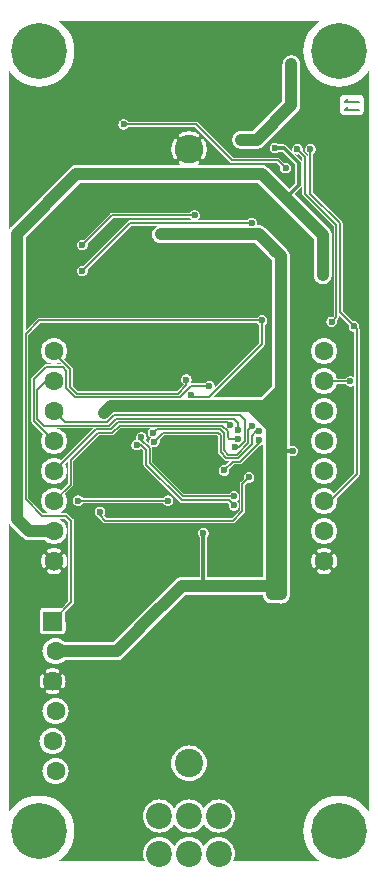
<source format=gbr>
G04 start of page 3 for group 1 idx 1 *
G04 Title: (unknown), bottom *
G04 Creator: pcb 1.99z *
G04 CreationDate: Wed Nov 29 11:54:27 2017 UTC *
G04 For: matt *
G04 Format: Gerber/RS-274X *
G04 PCB-Dimensions (mm): 60.96 109.22 *
G04 PCB-Coordinate-Origin: lower left *
%MOMM*%
%FSLAX43Y43*%
%LNBOTTOM*%
%ADD38C,3.100*%
%ADD37C,0.850*%
%ADD36C,1.000*%
%ADD35C,0.600*%
%ADD34C,4.730*%
%ADD33C,1.600*%
%ADD32C,2.400*%
%ADD31C,2.200*%
%ADD30C,0.140*%
%ADD29C,0.300*%
%ADD28C,0.150*%
%ADD27C,1.016*%
%ADD26C,0.002*%
G54D26*G36*
X15240Y24130D02*X16183D01*
X16011Y24025D01*
X15652Y23718D01*
X15345Y23359D01*
X15240Y23187D01*
Y24130D01*
G37*
G36*
X44270Y51071D02*X44853Y51655D01*
X44860Y51660D01*
X44883Y51687D01*
X44883Y51687D01*
X44901Y51718D01*
X44915Y51750D01*
X44923Y51785D01*
X44926Y51820D01*
X44925Y51829D01*
Y64061D01*
X44926Y64070D01*
X44923Y64105D01*
X44915Y64140D01*
X44901Y64172D01*
X44884Y64200D01*
X44896Y64249D01*
X44900Y64320D01*
X44896Y64391D01*
X44879Y64459D01*
X44852Y64525D01*
X44815Y64585D01*
X44769Y64639D01*
X44715Y64685D01*
X44655Y64722D01*
X44589Y64749D01*
X44521Y64766D01*
X44450Y64771D01*
X44379Y64766D01*
X44333Y64755D01*
X44270Y64819D01*
Y82239D01*
X45006Y82241D01*
X45052Y82252D01*
X45096Y82270D01*
X45136Y82295D01*
X45172Y82325D01*
X45203Y82361D01*
X45228Y82402D01*
X45246Y82445D01*
X45257Y82491D01*
X45259Y82538D01*
X45257Y83687D01*
X45246Y83733D01*
X45228Y83777D01*
X45203Y83817D01*
X45172Y83853D01*
X45136Y83883D01*
X45096Y83908D01*
X45052Y83926D01*
X45006Y83937D01*
X44959Y83940D01*
X44270Y83939D01*
Y84834D01*
X44546Y84949D01*
X44949Y85195D01*
X45308Y85502D01*
X45720Y85090D01*
Y24130D01*
X45308Y23718D01*
X44949Y24025D01*
X44546Y24271D01*
X44270Y24386D01*
Y51071D01*
G37*
G36*
Y59236D02*X44289Y59241D01*
X44355Y59268D01*
X44415Y59305D01*
X44469Y59351D01*
X44475Y59358D01*
Y51913D01*
X44270Y51708D01*
Y59236D01*
G37*
G36*
Y63908D02*X44311Y63891D01*
X44379Y63874D01*
X44450Y63869D01*
X44475Y63871D01*
Y59982D01*
X44469Y59989D01*
X44415Y60035D01*
X44355Y60072D01*
X44289Y60099D01*
X44270Y60104D01*
Y63908D01*
G37*
G36*
Y64819D02*X43475Y65613D01*
Y73061D01*
X43476Y73070D01*
X43473Y73105D01*
X43465Y73140D01*
X43451Y73172D01*
X43433Y73203D01*
X43433Y73203D01*
X43410Y73230D01*
X43403Y73235D01*
X40975Y75663D01*
Y78930D01*
X41015Y78955D01*
X41069Y79001D01*
X41115Y79055D01*
X41152Y79115D01*
X41179Y79181D01*
X41196Y79249D01*
X41200Y79320D01*
X41196Y79391D01*
X41179Y79459D01*
X41152Y79525D01*
X41115Y79585D01*
X41069Y79639D01*
X41015Y79685D01*
X40955Y79722D01*
X40889Y79749D01*
X40821Y79766D01*
X40750Y79771D01*
X40679Y79766D01*
X40611Y79749D01*
X40545Y79722D01*
X40485Y79685D01*
X40431Y79639D01*
X40385Y79585D01*
X40348Y79525D01*
X40321Y79459D01*
X40304Y79391D01*
X40299Y79320D01*
X40304Y79249D01*
X40321Y79181D01*
X40348Y79115D01*
X40385Y79055D01*
X40431Y79001D01*
X40485Y78955D01*
X40525Y78930D01*
Y78679D01*
X40523Y78705D01*
X40515Y78740D01*
X40501Y78772D01*
X40483Y78803D01*
X40483Y78803D01*
X40460Y78830D01*
X40453Y78835D01*
X40085Y79203D01*
X40096Y79249D01*
X40100Y79320D01*
X40096Y79391D01*
X40079Y79459D01*
X40052Y79525D01*
X40015Y79585D01*
X39969Y79639D01*
X39915Y79685D01*
X39855Y79722D01*
X39789Y79749D01*
X39721Y79766D01*
X39650Y79771D01*
X39579Y79766D01*
X39511Y79749D01*
X39445Y79722D01*
X39385Y79685D01*
X39331Y79639D01*
X39285Y79585D01*
X39248Y79525D01*
X39221Y79459D01*
X39204Y79391D01*
X39199Y79320D01*
X39204Y79249D01*
X39221Y79181D01*
X39248Y79115D01*
X39277Y79067D01*
X38720Y79624D01*
X38713Y79633D01*
X38677Y79663D01*
X38677Y79663D01*
X38637Y79688D01*
X38593Y79706D01*
X38547Y79717D01*
X38500Y79721D01*
X38488Y79720D01*
X38086D01*
X38069Y79739D01*
X38015Y79785D01*
X37955Y79822D01*
X37889Y79849D01*
X37821Y79866D01*
X37750Y79871D01*
X37679Y79866D01*
X37611Y79849D01*
X37545Y79822D01*
X37485Y79785D01*
X37431Y79739D01*
X37385Y79685D01*
X37348Y79625D01*
X37321Y79559D01*
X37304Y79491D01*
X37299Y79420D01*
X37304Y79349D01*
X37321Y79281D01*
X37348Y79215D01*
X37385Y79155D01*
X37431Y79101D01*
X37485Y79055D01*
X37545Y79018D01*
X37611Y78991D01*
X37679Y78974D01*
X37750Y78969D01*
X37821Y78974D01*
X37889Y78991D01*
X37955Y79018D01*
X38015Y79055D01*
X38069Y79101D01*
X38086Y79120D01*
X38376D01*
X39450Y78046D01*
Y76444D01*
X38977Y75971D01*
X37210Y77738D01*
X37190Y77760D01*
X37099Y77838D01*
X37025Y77884D01*
Y78145D01*
X37907D01*
X38215Y77837D01*
X38204Y77791D01*
X38199Y77720D01*
X38204Y77649D01*
X38221Y77581D01*
X38248Y77515D01*
X38285Y77455D01*
X38331Y77401D01*
X38385Y77355D01*
X38445Y77318D01*
X38511Y77291D01*
X38579Y77274D01*
X38650Y77269D01*
X38721Y77274D01*
X38789Y77291D01*
X38855Y77318D01*
X38915Y77355D01*
X38969Y77401D01*
X39015Y77455D01*
X39052Y77515D01*
X39079Y77581D01*
X39096Y77649D01*
X39100Y77720D01*
X39096Y77791D01*
X39079Y77859D01*
X39052Y77925D01*
X39015Y77985D01*
X38969Y78039D01*
X38915Y78085D01*
X38855Y78122D01*
X38789Y78149D01*
X38721Y78166D01*
X38650Y78171D01*
X38579Y78166D01*
X38533Y78155D01*
X38165Y78523D01*
X38160Y78530D01*
X38133Y78553D01*
X38133Y78553D01*
X38102Y78571D01*
X38070Y78585D01*
X38035Y78593D01*
X38000Y78596D01*
X37991Y78595D01*
X37025D01*
Y79867D01*
X39668Y82510D01*
X39690Y82530D01*
X39768Y82621D01*
X39768Y82621D01*
X39831Y82723D01*
X39877Y82834D01*
X39905Y82950D01*
X39914Y83070D01*
X39912Y83100D01*
Y86520D01*
X39905Y86640D01*
X39877Y86756D01*
X39831Y86867D01*
X39768Y86969D01*
X39690Y87060D01*
X39599Y87138D01*
X39497Y87201D01*
X39386Y87247D01*
X39270Y87275D01*
X39150Y87284D01*
X39030Y87275D01*
X38914Y87247D01*
X38803Y87201D01*
X38701Y87138D01*
X38610Y87060D01*
X38532Y86969D01*
X38469Y86867D01*
X38423Y86756D01*
X38395Y86640D01*
X38388Y86520D01*
Y83386D01*
X37025Y82023D01*
Y90170D01*
X40640D01*
X41052Y89758D01*
X40745Y89399D01*
X40499Y88996D01*
X40318Y88560D01*
X40208Y88101D01*
X40171Y87630D01*
X40208Y87159D01*
X40318Y86700D01*
X40499Y86264D01*
X40745Y85861D01*
X41052Y85502D01*
X41411Y85195D01*
X41814Y84949D01*
X42250Y84768D01*
X42709Y84658D01*
X43180Y84621D01*
X43651Y84658D01*
X44110Y84768D01*
X44270Y84834D01*
Y83939D01*
X43533Y83937D01*
X43487Y83926D01*
X43443Y83908D01*
X43403Y83883D01*
X43367Y83853D01*
X43336Y83817D01*
X43312Y83777D01*
X43294Y83733D01*
X43283Y83687D01*
X43280Y83640D01*
X43283Y82491D01*
X43294Y82445D01*
X43312Y82402D01*
X43336Y82361D01*
X43367Y82325D01*
X43403Y82295D01*
X43443Y82270D01*
X43487Y82252D01*
X43533Y82241D01*
X43580Y82238D01*
X44270Y82239D01*
Y64819D01*
G37*
G36*
X31726Y90170D02*X37025D01*
Y82023D01*
X35884Y80882D01*
X34900D01*
X34780Y80875D01*
X34664Y80847D01*
X34553Y80801D01*
X34451Y80738D01*
X34360Y80660D01*
X34282Y80569D01*
X34219Y80467D01*
X34173Y80356D01*
X34145Y80240D01*
X34136Y80120D01*
X34145Y80000D01*
X34173Y79884D01*
X34219Y79773D01*
X34282Y79671D01*
X34360Y79580D01*
X34451Y79502D01*
X34553Y79439D01*
X34664Y79393D01*
X34780Y79365D01*
X34900Y79358D01*
X36170D01*
X36200Y79356D01*
X36320Y79365D01*
X36320Y79365D01*
X36436Y79393D01*
X36547Y79439D01*
X36649Y79502D01*
X36740Y79580D01*
X36760Y79602D01*
X37025Y79867D01*
Y78595D01*
X34243D01*
X31726Y81112D01*
Y90170D01*
G37*
G36*
X37025Y77884D02*X36997Y77901D01*
X36886Y77947D01*
X36770Y77975D01*
X36650Y77984D01*
X36620Y77982D01*
X31726D01*
Y78512D01*
X31735Y78520D01*
X31748Y78539D01*
X31819Y78661D01*
X31877Y78789D01*
X31923Y78923D01*
X31955Y79060D01*
X31975Y79199D01*
X31982Y79340D01*
X31975Y79481D01*
X31955Y79620D01*
X31923Y79757D01*
X31877Y79891D01*
X31819Y80019D01*
X31750Y80142D01*
X31736Y80161D01*
X31726Y80170D01*
Y80476D01*
X33985Y78217D01*
X33990Y78210D01*
X34017Y78187D01*
X34017Y78187D01*
X34048Y78169D01*
X34080Y78155D01*
X34115Y78147D01*
X34150Y78144D01*
X34159Y78145D01*
X37025D01*
Y77884D01*
G37*
G36*
X30479Y90170D02*X31726D01*
Y81112D01*
X31265Y81573D01*
X31260Y81580D01*
X31233Y81603D01*
X31233Y81603D01*
X31202Y81621D01*
X31170Y81635D01*
X31135Y81643D01*
X31100Y81646D01*
X31091Y81645D01*
X30479D01*
Y90170D01*
G37*
G36*
X31726Y77982D02*X31118D01*
X31159Y78001D01*
X31282Y78070D01*
X31301Y78084D01*
X31317Y78101D01*
X31331Y78121D01*
X31342Y78142D01*
X31349Y78165D01*
X31352Y78189D01*
X31352Y78212D01*
X31348Y78236D01*
X31340Y78258D01*
X31329Y78280D01*
X31315Y78299D01*
X31298Y78315D01*
X31278Y78329D01*
X31257Y78339D01*
X31234Y78347D01*
X31211Y78350D01*
X31187Y78350D01*
X31163Y78346D01*
X31141Y78338D01*
X31120Y78326D01*
X31023Y78270D01*
X30920Y78224D01*
X30813Y78187D01*
X30704Y78161D01*
X30592Y78145D01*
X30480Y78140D01*
X30479Y78140D01*
Y80540D01*
X30480Y80540D01*
X30592Y80535D01*
X30704Y80519D01*
X30813Y80493D01*
X30920Y80456D01*
X31023Y80410D01*
X31121Y80355D01*
X31141Y80343D01*
X31164Y80336D01*
X31187Y80332D01*
X31211Y80331D01*
X31234Y80335D01*
X31256Y80342D01*
X31278Y80352D01*
X31297Y80366D01*
X31314Y80382D01*
X31328Y80401D01*
X31339Y80422D01*
X31347Y80444D01*
X31351Y80468D01*
X31351Y80491D01*
X31347Y80515D01*
X31340Y80537D01*
X31330Y80558D01*
X31316Y80578D01*
X31300Y80595D01*
X31281Y80608D01*
X31159Y80679D01*
X31031Y80737D01*
X30897Y80783D01*
X30760Y80815D01*
X30621Y80835D01*
X30480Y80842D01*
X30479Y80842D01*
Y81195D01*
X31007D01*
X31726Y80476D01*
Y80170D01*
X31719Y80177D01*
X31699Y80191D01*
X31678Y80202D01*
X31655Y80209D01*
X31631Y80212D01*
X31608Y80212D01*
X31584Y80208D01*
X31562Y80200D01*
X31540Y80189D01*
X31521Y80175D01*
X31505Y80158D01*
X31491Y80138D01*
X31481Y80117D01*
X31473Y80094D01*
X31470Y80071D01*
X31470Y80047D01*
X31474Y80023D01*
X31482Y80001D01*
X31494Y79980D01*
X31550Y79883D01*
X31596Y79780D01*
X31633Y79673D01*
X31659Y79564D01*
X31675Y79452D01*
X31680Y79340D01*
X31675Y79228D01*
X31659Y79116D01*
X31633Y79007D01*
X31596Y78900D01*
X31550Y78797D01*
X31495Y78699D01*
X31483Y78679D01*
X31476Y78656D01*
X31472Y78633D01*
X31471Y78609D01*
X31475Y78586D01*
X31482Y78564D01*
X31492Y78542D01*
X31506Y78523D01*
X31522Y78506D01*
X31541Y78492D01*
X31562Y78481D01*
X31584Y78473D01*
X31608Y78469D01*
X31631Y78469D01*
X31655Y78473D01*
X31677Y78480D01*
X31698Y78490D01*
X31718Y78504D01*
X31726Y78512D01*
Y77982D01*
G37*
G36*
X29234Y90170D02*X30479D01*
Y81645D01*
X29234D01*
Y90170D01*
G37*
G36*
X30479Y78140D02*X30368Y78145D01*
X30256Y78161D01*
X30147Y78187D01*
X30040Y78224D01*
X29937Y78270D01*
X29839Y78325D01*
X29819Y78337D01*
X29796Y78344D01*
X29773Y78348D01*
X29749Y78349D01*
X29726Y78345D01*
X29704Y78338D01*
X29682Y78328D01*
X29663Y78314D01*
X29646Y78298D01*
X29632Y78279D01*
X29621Y78258D01*
X29613Y78236D01*
X29609Y78212D01*
X29609Y78189D01*
X29613Y78165D01*
X29620Y78143D01*
X29630Y78122D01*
X29644Y78102D01*
X29660Y78085D01*
X29679Y78072D01*
X29801Y78001D01*
X29842Y77982D01*
X29234D01*
Y78510D01*
X29241Y78503D01*
X29261Y78489D01*
X29282Y78478D01*
X29305Y78471D01*
X29329Y78468D01*
X29352Y78468D01*
X29376Y78472D01*
X29398Y78480D01*
X29420Y78491D01*
X29439Y78505D01*
X29455Y78522D01*
X29469Y78542D01*
X29479Y78563D01*
X29487Y78586D01*
X29490Y78609D01*
X29490Y78633D01*
X29486Y78657D01*
X29478Y78679D01*
X29466Y78700D01*
X29410Y78797D01*
X29364Y78900D01*
X29327Y79007D01*
X29301Y79116D01*
X29285Y79228D01*
X29280Y79340D01*
X29285Y79452D01*
X29301Y79564D01*
X29327Y79673D01*
X29364Y79780D01*
X29410Y79883D01*
X29465Y79981D01*
X29477Y80001D01*
X29484Y80024D01*
X29488Y80047D01*
X29489Y80071D01*
X29485Y80094D01*
X29478Y80116D01*
X29468Y80138D01*
X29454Y80157D01*
X29438Y80174D01*
X29419Y80188D01*
X29398Y80199D01*
X29376Y80207D01*
X29352Y80211D01*
X29329Y80211D01*
X29305Y80207D01*
X29283Y80200D01*
X29262Y80190D01*
X29242Y80176D01*
X29234Y80168D01*
Y81195D01*
X30479D01*
Y80842D01*
X30339Y80835D01*
X30200Y80815D01*
X30063Y80783D01*
X29929Y80737D01*
X29801Y80679D01*
X29678Y80610D01*
X29659Y80596D01*
X29643Y80579D01*
X29629Y80559D01*
X29618Y80538D01*
X29611Y80515D01*
X29608Y80491D01*
X29608Y80468D01*
X29612Y80444D01*
X29620Y80422D01*
X29631Y80400D01*
X29645Y80381D01*
X29662Y80365D01*
X29682Y80351D01*
X29703Y80341D01*
X29726Y80333D01*
X29749Y80330D01*
X29773Y80330D01*
X29797Y80334D01*
X29819Y80342D01*
X29840Y80354D01*
X29937Y80410D01*
X30040Y80456D01*
X30147Y80493D01*
X30256Y80519D01*
X30368Y80535D01*
X30479Y80540D01*
Y78140D01*
G37*
G36*
X29234Y77982D02*X20980D01*
X20950Y77984D01*
X20830Y77975D01*
X20714Y77947D01*
X20603Y77901D01*
X20501Y77838D01*
X20501Y77838D01*
X20410Y77760D01*
X20390Y77738D01*
X15382Y72730D01*
X15360Y72710D01*
X15282Y72619D01*
X15240Y72551D01*
Y85090D01*
X15652Y85502D01*
X16011Y85195D01*
X16414Y84949D01*
X16850Y84768D01*
X17309Y84658D01*
X17780Y84621D01*
X18251Y84658D01*
X18710Y84768D01*
X19146Y84949D01*
X19549Y85195D01*
X19908Y85502D01*
X20215Y85861D01*
X20461Y86264D01*
X20642Y86700D01*
X20752Y87159D01*
X20780Y87630D01*
X20752Y88101D01*
X20642Y88560D01*
X20461Y88996D01*
X20215Y89399D01*
X19908Y89758D01*
X20320Y90170D01*
X29234D01*
Y81645D01*
X25340D01*
X25315Y81685D01*
X25269Y81739D01*
X25215Y81785D01*
X25155Y81822D01*
X25089Y81849D01*
X25021Y81866D01*
X24950Y81871D01*
X24879Y81866D01*
X24811Y81849D01*
X24745Y81822D01*
X24685Y81785D01*
X24631Y81739D01*
X24585Y81685D01*
X24548Y81625D01*
X24521Y81559D01*
X24504Y81491D01*
X24499Y81420D01*
X24504Y81349D01*
X24521Y81281D01*
X24548Y81215D01*
X24585Y81155D01*
X24631Y81101D01*
X24685Y81055D01*
X24745Y81018D01*
X24811Y80991D01*
X24879Y80974D01*
X24950Y80969D01*
X25021Y80974D01*
X25089Y80991D01*
X25155Y81018D01*
X25215Y81055D01*
X25269Y81101D01*
X25315Y81155D01*
X25340Y81195D01*
X29234D01*
Y80168D01*
X29225Y80160D01*
X29212Y80141D01*
X29141Y80019D01*
X29083Y79891D01*
X29037Y79757D01*
X29005Y79620D01*
X28985Y79481D01*
X28978Y79340D01*
X28985Y79199D01*
X29005Y79060D01*
X29037Y78923D01*
X29083Y78789D01*
X29141Y78661D01*
X29210Y78538D01*
X29224Y78519D01*
X29234Y78510D01*
Y77982D01*
G37*
G36*
X24899Y72151D02*X25593Y72845D01*
X27859D01*
X27753Y72801D01*
X27651Y72738D01*
X27560Y72660D01*
X27482Y72569D01*
X27419Y72467D01*
X27373Y72356D01*
X27345Y72240D01*
X27336Y72120D01*
X27345Y72000D01*
X27373Y71884D01*
X27419Y71773D01*
X27482Y71671D01*
X27560Y71580D01*
X27651Y71502D01*
X27753Y71439D01*
X27864Y71393D01*
X27980Y71365D01*
X28100Y71358D01*
X36084D01*
X37488Y69954D01*
Y59236D01*
X36584Y58332D01*
X35800D01*
X35788Y58331D01*
X35750Y58334D01*
X35720Y58332D01*
X32480D01*
X36803Y62655D01*
X36810Y62660D01*
X36833Y62687D01*
X36833Y62687D01*
X36851Y62718D01*
X36865Y62750D01*
X36873Y62785D01*
X36876Y62820D01*
X36875Y62829D01*
Y64430D01*
X36915Y64455D01*
X36969Y64501D01*
X37015Y64555D01*
X37052Y64615D01*
X37079Y64681D01*
X37096Y64749D01*
X37100Y64820D01*
X37096Y64891D01*
X37079Y64959D01*
X37052Y65025D01*
X37015Y65085D01*
X36969Y65139D01*
X36915Y65185D01*
X36855Y65222D01*
X36789Y65249D01*
X36721Y65266D01*
X36650Y65271D01*
X36579Y65266D01*
X36511Y65249D01*
X36445Y65222D01*
X36385Y65185D01*
X36331Y65139D01*
X36285Y65085D01*
X36260Y65045D01*
X24899D01*
Y72151D01*
G37*
G36*
Y73495D02*X30560D01*
X30585Y73455D01*
X30631Y73401D01*
X30685Y73355D01*
X30745Y73318D01*
X30800Y73295D01*
X25509D01*
X25500Y73296D01*
X25465Y73293D01*
X25430Y73285D01*
X25398Y73271D01*
X25367Y73253D01*
X25367Y73253D01*
X25340Y73230D01*
X25335Y73223D01*
X24899Y72788D01*
Y73495D01*
G37*
G36*
Y55695D02*X27201D01*
X27185Y55685D01*
X27131Y55639D01*
X27085Y55585D01*
X27048Y55525D01*
X27021Y55459D01*
X27004Y55391D01*
X26999Y55320D01*
X27004Y55249D01*
X27021Y55181D01*
X27048Y55115D01*
X27085Y55055D01*
X27131Y55001D01*
X27185Y54955D01*
X27245Y54918D01*
X27258Y54912D01*
X27231Y54889D01*
X27185Y54835D01*
X27148Y54775D01*
X27121Y54709D01*
X27104Y54641D01*
X27099Y54570D01*
X27104Y54499D01*
X27121Y54431D01*
X27148Y54365D01*
X27185Y54305D01*
X27192Y54296D01*
X26822Y54666D01*
X26852Y54715D01*
X26879Y54781D01*
X26896Y54849D01*
X26900Y54920D01*
X26896Y54991D01*
X26879Y55059D01*
X26852Y55125D01*
X26815Y55185D01*
X26769Y55239D01*
X26715Y55285D01*
X26655Y55322D01*
X26589Y55349D01*
X26521Y55366D01*
X26450Y55371D01*
X26379Y55366D01*
X26311Y55349D01*
X26245Y55322D01*
X26185Y55285D01*
X26131Y55239D01*
X26085Y55185D01*
X26048Y55125D01*
X26021Y55059D01*
X26004Y54991D01*
X25999Y54920D01*
X26004Y54849D01*
X26021Y54781D01*
X26045Y54721D01*
X25979Y54716D01*
X25911Y54699D01*
X25845Y54672D01*
X25785Y54635D01*
X25731Y54589D01*
X25685Y54535D01*
X25648Y54475D01*
X25621Y54409D01*
X25604Y54341D01*
X25599Y54270D01*
X25604Y54199D01*
X25621Y54131D01*
X25648Y54065D01*
X25685Y54005D01*
X25731Y53951D01*
X25785Y53905D01*
X25845Y53868D01*
X25911Y53841D01*
X25979Y53824D01*
X26050Y53819D01*
X26121Y53824D01*
X26189Y53841D01*
X26255Y53868D01*
X26315Y53905D01*
X26369Y53951D01*
X26407Y53995D01*
X26625Y53777D01*
Y52629D01*
X26624Y52620D01*
X26627Y52585D01*
X26635Y52550D01*
X26649Y52518D01*
X26667Y52487D01*
X26667Y52487D01*
X26690Y52460D01*
X26697Y52455D01*
X29685Y49467D01*
X29690Y49460D01*
X29717Y49437D01*
X29717Y49437D01*
X29748Y49419D01*
X29780Y49405D01*
X29815Y49397D01*
X29850Y49394D01*
X29859Y49395D01*
X33757D01*
X33865Y49287D01*
X33854Y49241D01*
X33849Y49170D01*
X33854Y49099D01*
X33871Y49031D01*
X33898Y48965D01*
X33935Y48905D01*
X33981Y48851D01*
X34035Y48805D01*
X34095Y48768D01*
X34161Y48741D01*
X34229Y48724D01*
X34300Y48719D01*
X34371Y48724D01*
X34439Y48741D01*
X34505Y48768D01*
X34565Y48805D01*
X34619Y48851D01*
X34665Y48905D01*
X34702Y48965D01*
X34729Y49031D01*
X34746Y49099D01*
X34750Y49170D01*
X34746Y49241D01*
X34729Y49309D01*
X34702Y49375D01*
X34665Y49435D01*
X34619Y49489D01*
X34565Y49535D01*
X34549Y49545D01*
X34565Y49555D01*
X34619Y49601D01*
X34665Y49655D01*
X34702Y49715D01*
X34729Y49781D01*
X34746Y49849D01*
X34750Y49920D01*
X34746Y49991D01*
X34729Y50059D01*
X34702Y50125D01*
X34665Y50185D01*
X34619Y50239D01*
X34565Y50285D01*
X34505Y50322D01*
X34439Y50349D01*
X34371Y50366D01*
X34300Y50371D01*
X34229Y50366D01*
X34161Y50349D01*
X34095Y50322D01*
X34035Y50285D01*
X33981Y50239D01*
X33935Y50185D01*
X33910Y50145D01*
X30093D01*
X27375Y52863D01*
Y54011D01*
X27376Y54020D01*
X27373Y54055D01*
X27365Y54090D01*
X27351Y54122D01*
X27333Y54153D01*
X27333Y54153D01*
X27310Y54180D01*
X27303Y54185D01*
X27276Y54212D01*
X27285Y54205D01*
X27345Y54168D01*
X27411Y54141D01*
X27479Y54124D01*
X27550Y54119D01*
X27621Y54124D01*
X27689Y54141D01*
X27755Y54168D01*
X27815Y54205D01*
X27869Y54251D01*
X27915Y54305D01*
X27952Y54365D01*
X27979Y54431D01*
X27996Y54499D01*
X28000Y54570D01*
X27996Y54641D01*
X27985Y54687D01*
X28393Y55095D01*
X32857D01*
X32925Y55027D01*
Y53679D01*
X32924Y53670D01*
X32927Y53635D01*
X32935Y53600D01*
X32949Y53568D01*
X32967Y53537D01*
X32967Y53537D01*
X32990Y53510D01*
X32997Y53505D01*
X33485Y53017D01*
X33490Y53010D01*
X33517Y52987D01*
X33517Y52987D01*
X33548Y52969D01*
X33580Y52955D01*
X33615Y52947D01*
X33650Y52944D01*
X33659Y52945D01*
X33957D01*
X33567Y52555D01*
X33521Y52566D01*
X33450Y52571D01*
X33379Y52566D01*
X33311Y52549D01*
X33245Y52522D01*
X33185Y52485D01*
X33131Y52439D01*
X33085Y52385D01*
X33048Y52325D01*
X33021Y52259D01*
X33004Y52191D01*
X32999Y52120D01*
X33004Y52049D01*
X33021Y51981D01*
X33048Y51915D01*
X33085Y51855D01*
X33131Y51801D01*
X33185Y51755D01*
X33245Y51718D01*
X33311Y51691D01*
X33379Y51674D01*
X33450Y51669D01*
X33521Y51674D01*
X33589Y51691D01*
X33655Y51718D01*
X33715Y51755D01*
X33769Y51801D01*
X33815Y51855D01*
X33852Y51915D01*
X33879Y51981D01*
X33896Y52049D01*
X33900Y52120D01*
X33896Y52191D01*
X33885Y52237D01*
X34293Y52645D01*
X34791D01*
X34800Y52644D01*
X34835Y52647D01*
X34870Y52655D01*
X34902Y52669D01*
X34933Y52687D01*
X34960Y52710D01*
X34965Y52717D01*
X36473Y54225D01*
X36539Y54241D01*
X36605Y54268D01*
X36665Y54305D01*
X36719Y54351D01*
X36738Y54373D01*
Y43132D01*
X32000D01*
Y46484D01*
X32019Y46501D01*
X32065Y46555D01*
X32102Y46615D01*
X32129Y46681D01*
X32146Y46749D01*
X32150Y46820D01*
X32146Y46891D01*
X32129Y46959D01*
X32102Y47025D01*
X32065Y47085D01*
X32019Y47139D01*
X31965Y47185D01*
X31905Y47222D01*
X31839Y47249D01*
X31771Y47266D01*
X31700Y47271D01*
X31629Y47266D01*
X31561Y47249D01*
X31495Y47222D01*
X31435Y47185D01*
X31381Y47139D01*
X31335Y47085D01*
X31298Y47025D01*
X31271Y46959D01*
X31254Y46891D01*
X31249Y46820D01*
X31254Y46749D01*
X31271Y46681D01*
X31298Y46615D01*
X31335Y46555D01*
X31381Y46501D01*
X31400Y46484D01*
Y43132D01*
X29930D01*
X29900Y43134D01*
X29780Y43125D01*
X29664Y43097D01*
X29553Y43051D01*
X29451Y42988D01*
X29451Y42988D01*
X29360Y42910D01*
X29340Y42888D01*
X24899Y38447D01*
Y47645D01*
X34191D01*
X34200Y47644D01*
X34235Y47647D01*
X34270Y47655D01*
X34302Y47669D01*
X34333Y47687D01*
X34360Y47710D01*
X34365Y47717D01*
X35153Y48505D01*
X35160Y48510D01*
X35183Y48537D01*
X35183Y48537D01*
X35201Y48568D01*
X35215Y48600D01*
X35223Y48635D01*
X35226Y48670D01*
X35225Y48679D01*
Y50887D01*
X35433Y51095D01*
X35479Y51084D01*
X35550Y51079D01*
X35621Y51084D01*
X35689Y51101D01*
X35755Y51128D01*
X35815Y51165D01*
X35869Y51211D01*
X35915Y51265D01*
X35952Y51325D01*
X35979Y51391D01*
X35996Y51459D01*
X36000Y51530D01*
X35996Y51601D01*
X35979Y51669D01*
X35952Y51735D01*
X35915Y51795D01*
X35869Y51849D01*
X35815Y51895D01*
X35755Y51932D01*
X35689Y51959D01*
X35621Y51976D01*
X35550Y51981D01*
X35479Y51976D01*
X35411Y51959D01*
X35345Y51932D01*
X35285Y51895D01*
X35231Y51849D01*
X35185Y51795D01*
X35148Y51735D01*
X35121Y51669D01*
X35104Y51601D01*
X35099Y51530D01*
X35104Y51459D01*
X35115Y51413D01*
X34847Y51145D01*
X34840Y51140D01*
X34817Y51113D01*
X34799Y51082D01*
X34785Y51050D01*
X34777Y51015D01*
X34774Y50980D01*
X34775Y50971D01*
Y48763D01*
X34107Y48095D01*
X24899D01*
Y49345D01*
X28310D01*
X28335Y49305D01*
X28381Y49251D01*
X28435Y49205D01*
X28495Y49168D01*
X28561Y49141D01*
X28629Y49124D01*
X28700Y49119D01*
X28771Y49124D01*
X28839Y49141D01*
X28905Y49168D01*
X28965Y49205D01*
X29019Y49251D01*
X29065Y49305D01*
X29102Y49365D01*
X29129Y49431D01*
X29146Y49499D01*
X29150Y49570D01*
X29146Y49641D01*
X29129Y49709D01*
X29102Y49775D01*
X29065Y49835D01*
X29019Y49889D01*
X28965Y49935D01*
X28905Y49972D01*
X28839Y49999D01*
X28771Y50016D01*
X28700Y50021D01*
X28629Y50016D01*
X28561Y49999D01*
X28495Y49972D01*
X28435Y49935D01*
X28381Y49889D01*
X28335Y49835D01*
X28310Y49795D01*
X24899D01*
Y55695D01*
G37*
G36*
X42809Y48891D02*X42893Y49029D01*
X42959Y49189D01*
X43000Y49357D01*
X43010Y49530D01*
X43000Y49703D01*
X42981Y49782D01*
X44270Y51071D01*
Y24386D01*
X44110Y24452D01*
X43651Y24562D01*
X43180Y24599D01*
X42809Y24570D01*
Y43879D01*
X42826Y43886D01*
X42846Y43899D01*
X42864Y43914D01*
X42879Y43932D01*
X42891Y43952D01*
X42934Y44046D01*
X42968Y44144D01*
X42992Y44244D01*
X43006Y44347D01*
X43011Y44450D01*
X43006Y44553D01*
X42992Y44656D01*
X42968Y44756D01*
X42934Y44854D01*
X42892Y44948D01*
X42880Y44969D01*
X42864Y44987D01*
X42846Y45002D01*
X42826Y45015D01*
X42809Y45022D01*
Y46351D01*
X42893Y46489D01*
X42959Y46649D01*
X43000Y46817D01*
X43010Y46990D01*
X43000Y47163D01*
X42959Y47331D01*
X42893Y47491D01*
X42809Y47629D01*
Y48891D01*
G37*
G36*
Y24570D02*X42709Y24562D01*
X42250Y24452D01*
X41910Y24311D01*
Y43349D01*
X42013Y43354D01*
X42116Y43368D01*
X42216Y43392D01*
X42314Y43426D01*
X42408Y43468D01*
X42429Y43480D01*
X42447Y43496D01*
X42462Y43514D01*
X42475Y43534D01*
X42484Y43556D01*
X42489Y43579D01*
X42491Y43603D01*
X42489Y43626D01*
X42484Y43649D01*
X42475Y43671D01*
X42462Y43692D01*
X42447Y43710D01*
X42429Y43725D01*
X42409Y43738D01*
X42387Y43747D01*
X42364Y43752D01*
X42340Y43754D01*
X42316Y43752D01*
X42293Y43747D01*
X42272Y43737D01*
X42204Y43706D01*
X42132Y43682D01*
X42059Y43664D01*
X41985Y43654D01*
X41910Y43650D01*
Y45250D01*
X41985Y45246D01*
X42059Y45236D01*
X42132Y45218D01*
X42204Y45194D01*
X42272Y45163D01*
X42294Y45154D01*
X42317Y45149D01*
X42340Y45147D01*
X42364Y45149D01*
X42387Y45154D01*
X42408Y45163D01*
X42429Y45176D01*
X42446Y45191D01*
X42462Y45209D01*
X42474Y45229D01*
X42483Y45251D01*
X42489Y45274D01*
X42490Y45297D01*
X42488Y45321D01*
X42483Y45344D01*
X42474Y45366D01*
X42461Y45386D01*
X42446Y45404D01*
X42428Y45419D01*
X42408Y45431D01*
X42314Y45474D01*
X42216Y45508D01*
X42116Y45532D01*
X42013Y45546D01*
X41910Y45551D01*
Y45887D01*
X42083Y45900D01*
X42251Y45941D01*
X42411Y46007D01*
X42559Y46097D01*
X42690Y46210D01*
X42803Y46341D01*
X42809Y46351D01*
Y45022D01*
X42804Y45024D01*
X42781Y45029D01*
X42757Y45031D01*
X42734Y45029D01*
X42711Y45024D01*
X42689Y45015D01*
X42668Y45002D01*
X42650Y44987D01*
X42635Y44969D01*
X42622Y44949D01*
X42613Y44927D01*
X42608Y44904D01*
X42606Y44880D01*
X42608Y44856D01*
X42613Y44833D01*
X42623Y44812D01*
X42654Y44744D01*
X42678Y44672D01*
X42696Y44599D01*
X42706Y44525D01*
X42710Y44450D01*
X42706Y44375D01*
X42696Y44301D01*
X42678Y44228D01*
X42654Y44156D01*
X42623Y44088D01*
X42614Y44066D01*
X42609Y44043D01*
X42607Y44020D01*
X42609Y43996D01*
X42614Y43973D01*
X42623Y43952D01*
X42636Y43931D01*
X42651Y43914D01*
X42669Y43898D01*
X42689Y43886D01*
X42711Y43877D01*
X42734Y43871D01*
X42757Y43870D01*
X42781Y43872D01*
X42804Y43877D01*
X42809Y43879D01*
Y24570D01*
G37*
G36*
X41910Y48427D02*X42083Y48440D01*
X42251Y48481D01*
X42411Y48547D01*
X42559Y48637D01*
X42690Y48750D01*
X42803Y48881D01*
X42809Y48891D01*
Y47629D01*
X42803Y47639D01*
X42690Y47770D01*
X42559Y47883D01*
X42411Y47973D01*
X42251Y48039D01*
X42083Y48080D01*
X41910Y48093D01*
Y48427D01*
G37*
G36*
Y58587D02*X42083Y58600D01*
X42251Y58641D01*
X42411Y58707D01*
X42559Y58797D01*
X42690Y58910D01*
X42803Y59041D01*
X42893Y59189D01*
X42959Y59349D01*
X42982Y59445D01*
X43760D01*
X43785Y59405D01*
X43831Y59351D01*
X43885Y59305D01*
X43945Y59268D01*
X44011Y59241D01*
X44079Y59224D01*
X44150Y59219D01*
X44221Y59224D01*
X44270Y59236D01*
Y51708D01*
X42774Y50212D01*
X42690Y50310D01*
X42559Y50423D01*
X42411Y50513D01*
X42251Y50579D01*
X42083Y50620D01*
X41910Y50633D01*
Y50967D01*
X42083Y50980D01*
X42251Y51021D01*
X42411Y51087D01*
X42559Y51177D01*
X42690Y51290D01*
X42803Y51421D01*
X42893Y51569D01*
X42959Y51729D01*
X43000Y51897D01*
X43010Y52070D01*
X43000Y52243D01*
X42959Y52411D01*
X42893Y52571D01*
X42803Y52719D01*
X42690Y52850D01*
X42559Y52963D01*
X42411Y53053D01*
X42251Y53119D01*
X42083Y53160D01*
X41910Y53173D01*
Y53507D01*
X42083Y53520D01*
X42251Y53561D01*
X42411Y53627D01*
X42559Y53717D01*
X42690Y53830D01*
X42803Y53961D01*
X42893Y54109D01*
X42959Y54269D01*
X43000Y54437D01*
X43010Y54610D01*
X43000Y54783D01*
X42959Y54951D01*
X42893Y55111D01*
X42803Y55259D01*
X42690Y55390D01*
X42559Y55503D01*
X42411Y55593D01*
X42251Y55659D01*
X42083Y55700D01*
X41910Y55713D01*
Y56047D01*
X42083Y56060D01*
X42251Y56101D01*
X42411Y56167D01*
X42559Y56257D01*
X42690Y56370D01*
X42803Y56501D01*
X42893Y56649D01*
X42959Y56809D01*
X43000Y56977D01*
X43010Y57150D01*
X43000Y57323D01*
X42959Y57491D01*
X42893Y57651D01*
X42803Y57799D01*
X42690Y57930D01*
X42559Y58043D01*
X42411Y58133D01*
X42251Y58199D01*
X42083Y58240D01*
X41910Y58253D01*
Y58587D01*
G37*
G36*
Y73641D02*X42725Y72827D01*
Y65213D01*
X42667Y65155D01*
X42621Y65166D01*
X42550Y65171D01*
X42479Y65166D01*
X42411Y65149D01*
X42345Y65122D01*
X42285Y65085D01*
X42231Y65039D01*
X42185Y64985D01*
X42148Y64925D01*
X42121Y64859D01*
X42104Y64791D01*
X42099Y64720D01*
X42104Y64649D01*
X42121Y64581D01*
X42148Y64515D01*
X42185Y64455D01*
X42231Y64401D01*
X42285Y64355D01*
X42345Y64318D01*
X42411Y64291D01*
X42479Y64274D01*
X42550Y64269D01*
X42621Y64274D01*
X42689Y64291D01*
X42755Y64318D01*
X42815Y64355D01*
X42869Y64401D01*
X42915Y64455D01*
X42952Y64515D01*
X42979Y64581D01*
X42996Y64649D01*
X43000Y64720D01*
X42996Y64791D01*
X42985Y64837D01*
X43103Y64955D01*
X43110Y64960D01*
X43133Y64987D01*
X43133Y64987D01*
X43151Y65018D01*
X43165Y65050D01*
X43173Y65085D01*
X43176Y65120D01*
X43175Y65129D01*
Y65277D01*
X44015Y64437D01*
X44004Y64391D01*
X43999Y64320D01*
X44004Y64249D01*
X44021Y64181D01*
X44048Y64115D01*
X44085Y64055D01*
X44131Y64001D01*
X44185Y63955D01*
X44245Y63918D01*
X44270Y63908D01*
Y60104D01*
X44221Y60116D01*
X44150Y60121D01*
X44079Y60116D01*
X44011Y60099D01*
X43945Y60072D01*
X43885Y60035D01*
X43831Y59989D01*
X43785Y59935D01*
X43760Y59895D01*
X42992D01*
X42959Y60031D01*
X42893Y60191D01*
X42803Y60339D01*
X42690Y60470D01*
X42559Y60583D01*
X42411Y60673D01*
X42251Y60739D01*
X42083Y60780D01*
X41910Y60793D01*
Y61127D01*
X42083Y61140D01*
X42251Y61181D01*
X42411Y61247D01*
X42559Y61337D01*
X42690Y61450D01*
X42803Y61581D01*
X42893Y61729D01*
X42959Y61889D01*
X43000Y62057D01*
X43010Y62230D01*
X43000Y62403D01*
X42959Y62571D01*
X42893Y62731D01*
X42803Y62879D01*
X42690Y63010D01*
X42559Y63123D01*
X42411Y63213D01*
X42251Y63279D01*
X42083Y63320D01*
X41910Y63333D01*
Y67914D01*
X41920Y67915D01*
X42036Y67943D01*
X42147Y67989D01*
X42249Y68052D01*
X42340Y68130D01*
X42418Y68221D01*
X42481Y68323D01*
X42527Y68434D01*
X42555Y68550D01*
X42562Y68670D01*
Y72040D01*
X42564Y72070D01*
X42555Y72190D01*
X42527Y72306D01*
X42481Y72417D01*
X42418Y72519D01*
X42340Y72610D01*
X42318Y72630D01*
X41910Y73037D01*
Y73641D01*
G37*
G36*
X41011Y71781D02*X41038Y71754D01*
Y68670D01*
X41045Y68550D01*
X41073Y68434D01*
X41119Y68323D01*
X41182Y68221D01*
X41260Y68130D01*
X41351Y68052D01*
X41453Y67989D01*
X41564Y67943D01*
X41680Y67915D01*
X41800Y67906D01*
X41910Y67914D01*
Y63333D01*
X41910Y63333D01*
X41737Y63320D01*
X41569Y63279D01*
X41409Y63213D01*
X41261Y63123D01*
X41130Y63010D01*
X41017Y62879D01*
X41011Y62869D01*
Y71781D01*
G37*
G36*
Y19510D02*X41052Y19462D01*
X41011Y19421D01*
Y19510D01*
G37*
G36*
Y46351D02*X41017Y46341D01*
X41130Y46210D01*
X41261Y46097D01*
X41409Y46007D01*
X41569Y45941D01*
X41737Y45900D01*
X41910Y45887D01*
X41910Y45887D01*
Y45551D01*
X41910Y45551D01*
X41807Y45546D01*
X41704Y45532D01*
X41604Y45508D01*
X41506Y45474D01*
X41412Y45432D01*
X41391Y45420D01*
X41373Y45404D01*
X41358Y45386D01*
X41345Y45366D01*
X41336Y45344D01*
X41331Y45321D01*
X41329Y45297D01*
X41331Y45274D01*
X41336Y45251D01*
X41345Y45229D01*
X41358Y45208D01*
X41373Y45190D01*
X41391Y45175D01*
X41411Y45162D01*
X41433Y45153D01*
X41456Y45148D01*
X41480Y45146D01*
X41504Y45148D01*
X41527Y45153D01*
X41548Y45163D01*
X41616Y45194D01*
X41688Y45218D01*
X41761Y45236D01*
X41835Y45246D01*
X41910Y45250D01*
X41910Y45250D01*
Y43650D01*
X41910Y43650D01*
X41835Y43654D01*
X41761Y43664D01*
X41688Y43682D01*
X41616Y43706D01*
X41548Y43737D01*
X41526Y43746D01*
X41503Y43751D01*
X41480Y43753D01*
X41456Y43751D01*
X41433Y43746D01*
X41412Y43737D01*
X41391Y43724D01*
X41374Y43709D01*
X41358Y43691D01*
X41346Y43671D01*
X41337Y43649D01*
X41331Y43626D01*
X41330Y43603D01*
X41332Y43579D01*
X41337Y43556D01*
X41346Y43534D01*
X41359Y43514D01*
X41374Y43496D01*
X41392Y43481D01*
X41412Y43469D01*
X41506Y43426D01*
X41604Y43392D01*
X41704Y43368D01*
X41807Y43354D01*
X41910Y43349D01*
X41910Y43349D01*
Y24311D01*
X41814Y24271D01*
X41411Y24025D01*
X41052Y23718D01*
X41011Y23670D01*
Y43878D01*
X41016Y43876D01*
X41039Y43871D01*
X41063Y43869D01*
X41086Y43871D01*
X41109Y43876D01*
X41131Y43885D01*
X41152Y43898D01*
X41170Y43913D01*
X41185Y43931D01*
X41198Y43951D01*
X41207Y43973D01*
X41212Y43996D01*
X41214Y44020D01*
X41212Y44044D01*
X41207Y44067D01*
X41197Y44088D01*
X41166Y44156D01*
X41142Y44228D01*
X41124Y44301D01*
X41114Y44375D01*
X41110Y44450D01*
X41114Y44525D01*
X41124Y44599D01*
X41142Y44672D01*
X41166Y44744D01*
X41197Y44812D01*
X41206Y44834D01*
X41211Y44857D01*
X41213Y44880D01*
X41211Y44904D01*
X41206Y44927D01*
X41197Y44948D01*
X41184Y44969D01*
X41169Y44986D01*
X41151Y45002D01*
X41131Y45014D01*
X41109Y45023D01*
X41086Y45029D01*
X41063Y45030D01*
X41039Y45028D01*
X41016Y45023D01*
X41011Y45021D01*
Y46351D01*
G37*
G36*
Y48891D02*X41017Y48881D01*
X41130Y48750D01*
X41261Y48637D01*
X41409Y48547D01*
X41569Y48481D01*
X41737Y48440D01*
X41910Y48427D01*
X41910Y48427D01*
Y48093D01*
X41910Y48093D01*
X41737Y48080D01*
X41569Y48039D01*
X41409Y47973D01*
X41261Y47883D01*
X41130Y47770D01*
X41017Y47639D01*
X41011Y47629D01*
Y48891D01*
G37*
G36*
Y51431D02*X41017Y51421D01*
X41130Y51290D01*
X41261Y51177D01*
X41409Y51087D01*
X41569Y51021D01*
X41737Y50980D01*
X41910Y50967D01*
X41910Y50967D01*
Y50633D01*
X41910Y50633D01*
X41737Y50620D01*
X41569Y50579D01*
X41409Y50513D01*
X41261Y50423D01*
X41130Y50310D01*
X41017Y50179D01*
X41011Y50169D01*
Y51431D01*
G37*
G36*
Y53971D02*X41017Y53961D01*
X41130Y53830D01*
X41261Y53717D01*
X41409Y53627D01*
X41569Y53561D01*
X41737Y53520D01*
X41910Y53507D01*
X41910Y53507D01*
Y53173D01*
X41910Y53173D01*
X41737Y53160D01*
X41569Y53119D01*
X41409Y53053D01*
X41261Y52963D01*
X41130Y52850D01*
X41017Y52719D01*
X41011Y52709D01*
Y53971D01*
G37*
G36*
Y56511D02*X41017Y56501D01*
X41130Y56370D01*
X41261Y56257D01*
X41409Y56167D01*
X41569Y56101D01*
X41737Y56060D01*
X41910Y56047D01*
X41910Y56047D01*
Y55713D01*
X41910Y55713D01*
X41737Y55700D01*
X41569Y55659D01*
X41409Y55593D01*
X41261Y55503D01*
X41130Y55390D01*
X41017Y55259D01*
X41011Y55249D01*
Y56511D01*
G37*
G36*
Y59051D02*X41017Y59041D01*
X41130Y58910D01*
X41261Y58797D01*
X41409Y58707D01*
X41569Y58641D01*
X41737Y58600D01*
X41910Y58587D01*
X41910Y58587D01*
Y58253D01*
X41910Y58253D01*
X41737Y58240D01*
X41569Y58199D01*
X41409Y58133D01*
X41261Y58043D01*
X41130Y57930D01*
X41017Y57799D01*
X41011Y57789D01*
Y59051D01*
G37*
G36*
X41910Y60793D02*X41910Y60793D01*
X41737Y60780D01*
X41569Y60739D01*
X41409Y60673D01*
X41261Y60583D01*
X41130Y60470D01*
X41017Y60339D01*
X41011Y60329D01*
Y61591D01*
X41017Y61581D01*
X41130Y61450D01*
X41261Y61337D01*
X41409Y61247D01*
X41569Y61181D01*
X41737Y61140D01*
X41910Y61127D01*
X41910Y61127D01*
Y60793D01*
G37*
G36*
X41011Y60329D02*X40927Y60191D01*
X40861Y60031D01*
X40820Y59863D01*
X40807Y59690D01*
X40820Y59517D01*
X40861Y59349D01*
X40927Y59189D01*
X41011Y59051D01*
Y57789D01*
X40927Y57651D01*
X40861Y57491D01*
X40820Y57323D01*
X40807Y57150D01*
X40820Y56977D01*
X40861Y56809D01*
X40927Y56649D01*
X41011Y56511D01*
Y55249D01*
X40927Y55111D01*
X40861Y54951D01*
X40820Y54783D01*
X40807Y54610D01*
X40820Y54437D01*
X40861Y54269D01*
X40927Y54109D01*
X41011Y53971D01*
Y52709D01*
X40927Y52571D01*
X40861Y52411D01*
X40820Y52243D01*
X40807Y52070D01*
X40820Y51897D01*
X40861Y51729D01*
X40927Y51569D01*
X41011Y51431D01*
Y50169D01*
X40927Y50031D01*
X40861Y49871D01*
X40820Y49703D01*
X40807Y49530D01*
X40820Y49357D01*
X40861Y49189D01*
X40927Y49029D01*
X41011Y48891D01*
Y47629D01*
X40927Y47491D01*
X40861Y47331D01*
X40820Y47163D01*
X40807Y46990D01*
X40820Y46817D01*
X40861Y46649D01*
X40927Y46489D01*
X41011Y46351D01*
Y45021D01*
X40994Y45014D01*
X40974Y45001D01*
X40956Y44986D01*
X40941Y44968D01*
X40929Y44948D01*
X40886Y44854D01*
X40852Y44756D01*
X40828Y44656D01*
X40814Y44553D01*
X40809Y44450D01*
X40814Y44347D01*
X40828Y44244D01*
X40852Y44144D01*
X40886Y44046D01*
X40928Y43952D01*
X40940Y43931D01*
X40956Y43913D01*
X40974Y43898D01*
X40994Y43885D01*
X41011Y43878D01*
Y23670D01*
X40745Y23359D01*
X40499Y22956D01*
X40318Y22520D01*
X40208Y22061D01*
X40171Y21590D01*
X40208Y21119D01*
X40318Y20660D01*
X40499Y20224D01*
X40745Y19821D01*
X41011Y19510D01*
Y19421D01*
X40640Y19050D01*
X34243D01*
X34316Y19226D01*
X34367Y19440D01*
X34380Y19660D01*
X34367Y19880D01*
X34316Y20094D01*
X34231Y20298D01*
X34116Y20485D01*
X33973Y20653D01*
X33805Y20796D01*
X33618Y20911D01*
X33414Y20996D01*
X33200Y21047D01*
X32980Y21064D01*
X32760Y21047D01*
X32546Y20996D01*
X32342Y20911D01*
X32155Y20796D01*
X31987Y20653D01*
X31844Y20485D01*
X31730Y20300D01*
X31616Y20485D01*
X31473Y20653D01*
X31305Y20796D01*
X31118Y20911D01*
X30914Y20996D01*
X30700Y21047D01*
X30480Y21064D01*
X30478Y21064D01*
Y21456D01*
X30480Y21456D01*
X30700Y21473D01*
X30914Y21524D01*
X31118Y21609D01*
X31305Y21724D01*
X31473Y21867D01*
X31616Y22035D01*
X31730Y22220D01*
X31844Y22035D01*
X31987Y21867D01*
X32155Y21724D01*
X32342Y21609D01*
X32546Y21524D01*
X32760Y21473D01*
X32980Y21456D01*
X33200Y21473D01*
X33414Y21524D01*
X33618Y21609D01*
X33805Y21724D01*
X33973Y21867D01*
X34116Y22035D01*
X34231Y22222D01*
X34316Y22426D01*
X34367Y22640D01*
X34380Y22860D01*
X34367Y23080D01*
X34316Y23294D01*
X34231Y23498D01*
X34116Y23685D01*
X33973Y23853D01*
X33805Y23996D01*
X33618Y24111D01*
X33414Y24196D01*
X33200Y24247D01*
X32980Y24264D01*
X32760Y24247D01*
X32546Y24196D01*
X32342Y24111D01*
X32155Y23996D01*
X31987Y23853D01*
X31844Y23685D01*
X31730Y23500D01*
X31616Y23685D01*
X31473Y23853D01*
X31305Y23996D01*
X31118Y24111D01*
X30914Y24196D01*
X30700Y24247D01*
X30480Y24264D01*
X30478Y24264D01*
Y25836D01*
X30480Y25835D01*
X30715Y25854D01*
X30945Y25909D01*
X31163Y25999D01*
X31364Y26123D01*
X31544Y26276D01*
X31697Y26456D01*
X31821Y26657D01*
X31911Y26875D01*
X31966Y27105D01*
X31980Y27340D01*
X31966Y27575D01*
X31911Y27805D01*
X31821Y28023D01*
X31697Y28224D01*
X31544Y28404D01*
X31364Y28557D01*
X31163Y28681D01*
X30945Y28771D01*
X30715Y28826D01*
X30480Y28845D01*
X30478Y28844D01*
Y41608D01*
X36737D01*
X36745Y41500D01*
X36773Y41384D01*
X36819Y41273D01*
X36882Y41171D01*
X36960Y41080D01*
X37051Y41002D01*
X37153Y40939D01*
X37264Y40893D01*
X37380Y40865D01*
X37500Y40856D01*
X37530Y40858D01*
X38220D01*
X38250Y40856D01*
X38370Y40865D01*
X38486Y40893D01*
X38597Y40939D01*
X38699Y41002D01*
X38790Y41080D01*
X38868Y41171D01*
X38931Y41273D01*
X38977Y41384D01*
X39005Y41500D01*
X39014Y41620D01*
X39012Y41650D01*
Y42340D01*
X39014Y42370D01*
X39012Y42400D01*
Y53388D01*
X39045Y53368D01*
X39111Y53341D01*
X39179Y53324D01*
X39250Y53319D01*
X39321Y53324D01*
X39389Y53341D01*
X39455Y53368D01*
X39515Y53405D01*
X39569Y53451D01*
X39615Y53505D01*
X39652Y53565D01*
X39679Y53631D01*
X39696Y53699D01*
X39700Y53770D01*
X39696Y53841D01*
X39679Y53909D01*
X39652Y53975D01*
X39615Y54035D01*
X39569Y54089D01*
X39515Y54135D01*
X39455Y54172D01*
X39389Y54199D01*
X39321Y54216D01*
X39250Y54221D01*
X39179Y54216D01*
X39111Y54199D01*
X39045Y54172D01*
X39012Y54152D01*
Y55040D01*
X39014Y55070D01*
X39012Y55100D01*
Y57540D01*
X39014Y57570D01*
X39012Y57600D01*
Y70240D01*
X39014Y70270D01*
X39005Y70390D01*
X38977Y70506D01*
X38931Y70617D01*
X38868Y70719D01*
X38790Y70810D01*
X38768Y70830D01*
X36960Y72638D01*
X36940Y72660D01*
X36849Y72738D01*
X36747Y72801D01*
X36636Y72847D01*
X36520Y72875D01*
X36400Y72884D01*
X36370Y72882D01*
X36209D01*
X36229Y72931D01*
X36246Y72999D01*
X36250Y73070D01*
X36246Y73141D01*
X36229Y73209D01*
X36202Y73275D01*
X36165Y73335D01*
X36119Y73389D01*
X36065Y73435D01*
X36005Y73472D01*
X35939Y73499D01*
X35871Y73516D01*
X35800Y73521D01*
X35729Y73516D01*
X35661Y73499D01*
X35595Y73472D01*
X35535Y73435D01*
X35481Y73389D01*
X35435Y73335D01*
X35410Y73295D01*
X31100D01*
X31155Y73318D01*
X31215Y73355D01*
X31269Y73401D01*
X31315Y73455D01*
X31352Y73515D01*
X31379Y73581D01*
X31396Y73649D01*
X31400Y73720D01*
X31396Y73791D01*
X31379Y73859D01*
X31352Y73925D01*
X31315Y73985D01*
X31269Y74039D01*
X31215Y74085D01*
X31155Y74122D01*
X31089Y74149D01*
X31021Y74166D01*
X30950Y74171D01*
X30879Y74166D01*
X30811Y74149D01*
X30745Y74122D01*
X30685Y74085D01*
X30631Y74039D01*
X30585Y73985D01*
X30560Y73945D01*
X30478D01*
Y76458D01*
X36334D01*
X41011Y71781D01*
Y62869D01*
X40927Y62731D01*
X40861Y62571D01*
X40820Y62403D01*
X40807Y62230D01*
X40820Y62057D01*
X40861Y61889D01*
X40927Y61729D01*
X41011Y61591D01*
Y60329D01*
G37*
G36*
X39767Y78885D02*X40075Y78577D01*
Y75579D01*
X40074Y75570D01*
X40077Y75535D01*
X40085Y75500D01*
X40099Y75468D01*
X40117Y75437D01*
X40117Y75437D01*
X40140Y75410D01*
X40147Y75405D01*
X41910Y73641D01*
Y73037D01*
X39401Y75547D01*
X39954Y76100D01*
X39963Y76107D01*
X39993Y76143D01*
X39993Y76143D01*
X40018Y76183D01*
X40036Y76227D01*
X40047Y76273D01*
X40051Y76320D01*
X40050Y76332D01*
Y78158D01*
X40051Y78170D01*
X40047Y78217D01*
X40036Y78263D01*
X40018Y78307D01*
X39993Y78347D01*
X39993Y78347D01*
X39963Y78383D01*
X39954Y78390D01*
X39397Y78947D01*
X39445Y78918D01*
X39511Y78891D01*
X39579Y78874D01*
X39650Y78869D01*
X39721Y78874D01*
X39767Y78885D01*
G37*
G36*
X30478Y73945D02*X24899D01*
Y76458D01*
X30478D01*
Y73945D01*
G37*
G36*
Y21064D02*X30260Y21047D01*
X30046Y20996D01*
X29842Y20911D01*
X29655Y20796D01*
X29487Y20653D01*
X29344Y20485D01*
X29230Y20300D01*
X29116Y20485D01*
X28973Y20653D01*
X28805Y20796D01*
X28618Y20911D01*
X28414Y20996D01*
X28200Y21047D01*
X27980Y21064D01*
X27760Y21047D01*
X27546Y20996D01*
X27342Y20911D01*
X27155Y20796D01*
X26987Y20653D01*
X26844Y20485D01*
X26729Y20298D01*
X26644Y20094D01*
X26593Y19880D01*
X26576Y19660D01*
X26593Y19440D01*
X26644Y19226D01*
X26717Y19050D01*
X24899D01*
Y36289D01*
X24900Y36290D01*
X24920Y36312D01*
X30216Y41608D01*
X30478D01*
Y28844D01*
X30245Y28826D01*
X30015Y28771D01*
X29797Y28681D01*
X29596Y28557D01*
X29416Y28404D01*
X29263Y28224D01*
X29139Y28023D01*
X29049Y27805D01*
X28994Y27575D01*
X28975Y27340D01*
X28994Y27105D01*
X29049Y26875D01*
X29139Y26657D01*
X29263Y26456D01*
X29416Y26276D01*
X29596Y26123D01*
X29797Y25999D01*
X30015Y25909D01*
X30245Y25854D01*
X30478Y25836D01*
Y24264D01*
X30260Y24247D01*
X30046Y24196D01*
X29842Y24111D01*
X29655Y23996D01*
X29487Y23853D01*
X29344Y23685D01*
X29230Y23500D01*
X29116Y23685D01*
X28973Y23853D01*
X28805Y23996D01*
X28618Y24111D01*
X28414Y24196D01*
X28200Y24247D01*
X27980Y24264D01*
X27760Y24247D01*
X27546Y24196D01*
X27342Y24111D01*
X27155Y23996D01*
X26987Y23853D01*
X26844Y23685D01*
X26729Y23498D01*
X26644Y23294D01*
X26593Y23080D01*
X26576Y22860D01*
X26593Y22640D01*
X26644Y22426D01*
X26729Y22222D01*
X26844Y22035D01*
X26987Y21867D01*
X27155Y21724D01*
X27342Y21609D01*
X27546Y21524D01*
X27760Y21473D01*
X27980Y21456D01*
X28200Y21473D01*
X28414Y21524D01*
X28618Y21609D01*
X28805Y21724D01*
X28973Y21867D01*
X29116Y22035D01*
X29230Y22220D01*
X29344Y22035D01*
X29487Y21867D01*
X29655Y21724D01*
X29842Y21609D01*
X30046Y21524D01*
X30260Y21473D01*
X30478Y21456D01*
Y21064D01*
G37*
G36*
X24899Y73945D02*X23959D01*
X23950Y73946D01*
X23915Y73943D01*
X23880Y73935D01*
X23848Y73921D01*
X23817Y73903D01*
X23817Y73903D01*
X23790Y73880D01*
X23785Y73873D01*
X21567Y71655D01*
X21521Y71666D01*
X21450Y71671D01*
X21379Y71666D01*
X21311Y71649D01*
X21245Y71622D01*
X21185Y71585D01*
X21131Y71539D01*
X21085Y71485D01*
X21048Y71425D01*
X21021Y71359D01*
X21004Y71291D01*
X20999Y71220D01*
X21004Y71149D01*
X21021Y71081D01*
X21048Y71015D01*
X21085Y70955D01*
X21131Y70901D01*
X21185Y70855D01*
X21245Y70818D01*
X21311Y70791D01*
X21379Y70774D01*
X21450Y70769D01*
X21521Y70774D01*
X21589Y70791D01*
X21655Y70818D01*
X21715Y70855D01*
X21769Y70901D01*
X21815Y70955D01*
X21852Y71015D01*
X21879Y71081D01*
X21896Y71149D01*
X21900Y71220D01*
X21896Y71291D01*
X21885Y71337D01*
X24043Y73495D01*
X24899D01*
Y72788D01*
X21567Y69455D01*
X21521Y69466D01*
X21450Y69471D01*
X21379Y69466D01*
X21311Y69449D01*
X21245Y69422D01*
X21185Y69385D01*
X21131Y69339D01*
X21085Y69285D01*
X21048Y69225D01*
X21021Y69159D01*
X21004Y69091D01*
X20999Y69020D01*
X21004Y68949D01*
X21021Y68881D01*
X21048Y68815D01*
X21085Y68755D01*
X21131Y68701D01*
X21185Y68655D01*
X21245Y68618D01*
X21311Y68591D01*
X21379Y68574D01*
X21450Y68569D01*
X21521Y68574D01*
X21589Y68591D01*
X21655Y68618D01*
X21715Y68655D01*
X21769Y68701D01*
X21815Y68755D01*
X21852Y68815D01*
X21879Y68881D01*
X21896Y68949D01*
X21900Y69020D01*
X21896Y69091D01*
X21885Y69137D01*
X24899Y72151D01*
Y65045D01*
X17809D01*
X17800Y65046D01*
X17765Y65043D01*
X17730Y65035D01*
X17698Y65021D01*
X17667Y65003D01*
X17667Y65003D01*
X17640Y64980D01*
X17635Y64973D01*
X16662Y64000D01*
Y71854D01*
X21266Y76458D01*
X24899D01*
Y73945D01*
G37*
G36*
X18923Y38271D02*X19770Y38273D01*
X19816Y38284D01*
X19860Y38302D01*
X19900Y38327D01*
X19936Y38357D01*
X19966Y38393D01*
X19991Y38433D01*
X20009Y38477D01*
X20020Y38523D01*
X20023Y38570D01*
X20020Y40149D01*
X20653Y40782D01*
X20660Y40787D01*
X20683Y40814D01*
X20683Y40814D01*
X20701Y40845D01*
X20715Y40877D01*
X20723Y40912D01*
X20726Y40947D01*
X20725Y40956D01*
Y47861D01*
X20726Y47870D01*
X20723Y47905D01*
X20715Y47940D01*
X20701Y47972D01*
X20683Y48003D01*
X20683Y48003D01*
X20660Y48030D01*
X20653Y48035D01*
X20265Y48423D01*
X20260Y48430D01*
X20233Y48453D01*
X20233Y48453D01*
X20202Y48471D01*
X20170Y48485D01*
X20135Y48493D01*
X20100Y48496D01*
X20091Y48495D01*
X19426D01*
X19551Y48547D01*
X19699Y48637D01*
X19830Y48750D01*
X19943Y48881D01*
X20033Y49029D01*
X20099Y49189D01*
X20140Y49357D01*
X20150Y49530D01*
X20140Y49703D01*
X20099Y49871D01*
X20033Y50031D01*
X19971Y50133D01*
X20603Y50765D01*
X20610Y50770D01*
X20633Y50797D01*
X20633Y50797D01*
X20651Y50828D01*
X20665Y50860D01*
X20673Y50895D01*
X20676Y50930D01*
X20675Y50939D01*
Y52877D01*
X22893Y55095D01*
X23991D01*
X24000Y55094D01*
X24035Y55097D01*
X24070Y55105D01*
X24102Y55119D01*
X24133Y55137D01*
X24160Y55160D01*
X24165Y55167D01*
X24693Y55695D01*
X24899D01*
Y49795D01*
X21490D01*
X21465Y49835D01*
X21419Y49889D01*
X21365Y49935D01*
X21305Y49972D01*
X21239Y49999D01*
X21171Y50016D01*
X21100Y50021D01*
X21029Y50016D01*
X20961Y49999D01*
X20895Y49972D01*
X20835Y49935D01*
X20781Y49889D01*
X20735Y49835D01*
X20698Y49775D01*
X20671Y49709D01*
X20654Y49641D01*
X20649Y49570D01*
X20654Y49499D01*
X20671Y49431D01*
X20698Y49365D01*
X20735Y49305D01*
X20781Y49251D01*
X20835Y49205D01*
X20895Y49168D01*
X20961Y49141D01*
X21029Y49124D01*
X21100Y49119D01*
X21171Y49124D01*
X21239Y49141D01*
X21305Y49168D01*
X21365Y49205D01*
X21419Y49251D01*
X21465Y49305D01*
X21490Y49345D01*
X24899D01*
Y48095D01*
X23493D01*
X23278Y48311D01*
X23315Y48355D01*
X23352Y48415D01*
X23379Y48481D01*
X23396Y48549D01*
X23400Y48620D01*
X23396Y48691D01*
X23379Y48759D01*
X23352Y48825D01*
X23315Y48885D01*
X23269Y48939D01*
X23215Y48985D01*
X23155Y49022D01*
X23089Y49049D01*
X23021Y49066D01*
X22950Y49071D01*
X22879Y49066D01*
X22811Y49049D01*
X22745Y49022D01*
X22685Y48985D01*
X22631Y48939D01*
X22585Y48885D01*
X22548Y48825D01*
X22521Y48759D01*
X22504Y48691D01*
X22499Y48620D01*
X22504Y48549D01*
X22521Y48481D01*
X22548Y48415D01*
X22585Y48355D01*
X22631Y48301D01*
X22685Y48255D01*
X22745Y48218D01*
X22750Y48216D01*
X22767Y48187D01*
X22767Y48187D01*
X22790Y48160D01*
X22797Y48155D01*
X23235Y47717D01*
X23240Y47710D01*
X23267Y47687D01*
X23267Y47687D01*
X23298Y47669D01*
X23330Y47655D01*
X23365Y47647D01*
X23400Y47644D01*
X23409Y47645D01*
X24899D01*
Y38447D01*
X24044Y37592D01*
X19973D01*
X19957Y37610D01*
X19826Y37723D01*
X19678Y37813D01*
X19518Y37879D01*
X19350Y37920D01*
X19177Y37933D01*
X19004Y37920D01*
X18923Y37900D01*
Y38271D01*
G37*
G36*
X19949Y46351D02*X20033Y46489D01*
X20099Y46649D01*
X20140Y46817D01*
X20150Y46990D01*
X20140Y47163D01*
X20099Y47331D01*
X20033Y47491D01*
X19949Y47629D01*
Y48045D01*
X20007D01*
X20275Y47777D01*
Y41040D01*
X19949Y40714D01*
Y43879D01*
X19966Y43886D01*
X19986Y43899D01*
X20004Y43914D01*
X20019Y43932D01*
X20031Y43952D01*
X20074Y44046D01*
X20108Y44144D01*
X20132Y44244D01*
X20146Y44347D01*
X20151Y44450D01*
X20146Y44553D01*
X20132Y44656D01*
X20108Y44756D01*
X20074Y44854D01*
X20032Y44948D01*
X20020Y44969D01*
X20004Y44987D01*
X19986Y45002D01*
X19966Y45015D01*
X19949Y45022D01*
Y46351D01*
G37*
G36*
Y47629D02*X19943Y47639D01*
X19830Y47770D01*
X19699Y47883D01*
X19551Y47973D01*
X19391Y48039D01*
X19368Y48045D01*
X19949D01*
Y47629D01*
G37*
G36*
X18923Y45897D02*X19050Y45887D01*
X19223Y45900D01*
X19391Y45941D01*
X19551Y46007D01*
X19699Y46097D01*
X19830Y46210D01*
X19943Y46341D01*
X19949Y46351D01*
Y45022D01*
X19944Y45024D01*
X19921Y45029D01*
X19897Y45031D01*
X19874Y45029D01*
X19851Y45024D01*
X19829Y45015D01*
X19808Y45002D01*
X19790Y44987D01*
X19775Y44969D01*
X19762Y44949D01*
X19753Y44927D01*
X19748Y44904D01*
X19746Y44880D01*
X19748Y44856D01*
X19753Y44833D01*
X19763Y44812D01*
X19794Y44744D01*
X19818Y44672D01*
X19836Y44599D01*
X19846Y44525D01*
X19850Y44450D01*
X19846Y44375D01*
X19836Y44301D01*
X19818Y44228D01*
X19794Y44156D01*
X19763Y44088D01*
X19754Y44066D01*
X19749Y44043D01*
X19747Y44020D01*
X19749Y43996D01*
X19754Y43973D01*
X19763Y43952D01*
X19776Y43931D01*
X19791Y43914D01*
X19809Y43898D01*
X19829Y43886D01*
X19851Y43877D01*
X19874Y43871D01*
X19897Y43870D01*
X19921Y43872D01*
X19944Y43877D01*
X19949Y43879D01*
Y40714D01*
X19705Y40470D01*
X18923Y40469D01*
Y43357D01*
X18947Y43354D01*
X19050Y43349D01*
X19153Y43354D01*
X19256Y43368D01*
X19356Y43392D01*
X19454Y43426D01*
X19548Y43468D01*
X19569Y43480D01*
X19587Y43496D01*
X19602Y43514D01*
X19615Y43534D01*
X19624Y43556D01*
X19629Y43579D01*
X19631Y43603D01*
X19629Y43626D01*
X19624Y43649D01*
X19615Y43671D01*
X19602Y43692D01*
X19587Y43710D01*
X19569Y43725D01*
X19549Y43738D01*
X19527Y43747D01*
X19504Y43752D01*
X19480Y43754D01*
X19456Y43752D01*
X19433Y43747D01*
X19412Y43737D01*
X19344Y43706D01*
X19272Y43682D01*
X19199Y43664D01*
X19125Y43654D01*
X19050Y43650D01*
X18975Y43654D01*
X18923Y43661D01*
Y45239D01*
X18975Y45246D01*
X19050Y45250D01*
X19125Y45246D01*
X19199Y45236D01*
X19272Y45218D01*
X19344Y45194D01*
X19412Y45163D01*
X19434Y45154D01*
X19457Y45149D01*
X19480Y45147D01*
X19504Y45149D01*
X19527Y45154D01*
X19548Y45163D01*
X19569Y45176D01*
X19586Y45191D01*
X19602Y45209D01*
X19614Y45229D01*
X19623Y45251D01*
X19629Y45274D01*
X19630Y45297D01*
X19628Y45321D01*
X19623Y45344D01*
X19614Y45366D01*
X19601Y45386D01*
X19586Y45404D01*
X19568Y45419D01*
X19548Y45431D01*
X19454Y45474D01*
X19356Y45508D01*
X19256Y45532D01*
X19153Y45546D01*
X19050Y45551D01*
X18947Y45546D01*
X18923Y45543D01*
Y45897D01*
G37*
G36*
X24899Y19050D02*X20320D01*
X19908Y19462D01*
X20215Y19821D01*
X20461Y20224D01*
X20642Y20660D01*
X20752Y21119D01*
X20780Y21590D01*
X20752Y22061D01*
X20642Y22520D01*
X20461Y22956D01*
X20215Y23359D01*
X19908Y23718D01*
X19822Y23792D01*
Y25775D01*
X19826Y25777D01*
X19957Y25890D01*
X20070Y26021D01*
X20160Y26169D01*
X20226Y26329D01*
X20267Y26497D01*
X20277Y26670D01*
X20267Y26843D01*
X20226Y27011D01*
X20160Y27171D01*
X20070Y27319D01*
X19957Y27450D01*
X19826Y27563D01*
X19822Y27565D01*
Y28571D01*
X19906Y28709D01*
X19972Y28869D01*
X20013Y29037D01*
X20023Y29210D01*
X20013Y29383D01*
X19972Y29551D01*
X19906Y29711D01*
X19822Y29849D01*
Y30855D01*
X19826Y30857D01*
X19957Y30970D01*
X20070Y31101D01*
X20160Y31249D01*
X20226Y31409D01*
X20267Y31577D01*
X20277Y31750D01*
X20267Y31923D01*
X20226Y32091D01*
X20160Y32251D01*
X20070Y32399D01*
X19957Y32530D01*
X19826Y32643D01*
X19822Y32645D01*
Y33719D01*
X19839Y33726D01*
X19859Y33739D01*
X19877Y33754D01*
X19892Y33772D01*
X19904Y33792D01*
X19947Y33886D01*
X19981Y33984D01*
X20005Y34084D01*
X20019Y34187D01*
X20024Y34290D01*
X20019Y34393D01*
X20005Y34496D01*
X19981Y34596D01*
X19947Y34694D01*
X19905Y34788D01*
X19893Y34809D01*
X19877Y34827D01*
X19859Y34842D01*
X19839Y34855D01*
X19822Y34862D01*
Y35935D01*
X19826Y35937D01*
X19957Y36050D01*
X19973Y36068D01*
X24330D01*
X24360Y36066D01*
X24480Y36075D01*
X24480Y36075D01*
X24596Y36103D01*
X24707Y36149D01*
X24809Y36212D01*
X24899Y36289D01*
Y19050D01*
G37*
G36*
X19822Y32645D02*X19678Y32733D01*
X19518Y32799D01*
X19350Y32840D01*
X19177Y32853D01*
X19004Y32840D01*
X18923Y32820D01*
Y33189D01*
X19026Y33194D01*
X19129Y33208D01*
X19229Y33232D01*
X19327Y33266D01*
X19421Y33308D01*
X19442Y33320D01*
X19460Y33336D01*
X19475Y33354D01*
X19488Y33374D01*
X19497Y33396D01*
X19502Y33419D01*
X19504Y33443D01*
X19502Y33466D01*
X19497Y33489D01*
X19488Y33511D01*
X19475Y33532D01*
X19460Y33550D01*
X19442Y33565D01*
X19422Y33578D01*
X19400Y33587D01*
X19377Y33592D01*
X19353Y33594D01*
X19329Y33592D01*
X19306Y33587D01*
X19285Y33577D01*
X19217Y33546D01*
X19145Y33522D01*
X19072Y33504D01*
X18998Y33494D01*
X18923Y33490D01*
Y35090D01*
X18998Y35086D01*
X19072Y35076D01*
X19145Y35058D01*
X19217Y35034D01*
X19285Y35003D01*
X19307Y34994D01*
X19330Y34989D01*
X19353Y34987D01*
X19377Y34989D01*
X19400Y34994D01*
X19421Y35003D01*
X19442Y35016D01*
X19459Y35031D01*
X19475Y35049D01*
X19487Y35069D01*
X19496Y35091D01*
X19502Y35114D01*
X19503Y35137D01*
X19501Y35161D01*
X19496Y35184D01*
X19487Y35206D01*
X19474Y35226D01*
X19459Y35244D01*
X19441Y35259D01*
X19421Y35271D01*
X19327Y35314D01*
X19229Y35348D01*
X19129Y35372D01*
X19026Y35386D01*
X18923Y35391D01*
Y35760D01*
X19004Y35740D01*
X19177Y35727D01*
X19350Y35740D01*
X19518Y35781D01*
X19678Y35847D01*
X19822Y35935D01*
Y34862D01*
X19817Y34864D01*
X19794Y34869D01*
X19770Y34871D01*
X19747Y34869D01*
X19724Y34864D01*
X19702Y34855D01*
X19681Y34842D01*
X19663Y34827D01*
X19648Y34809D01*
X19635Y34789D01*
X19626Y34767D01*
X19621Y34744D01*
X19619Y34720D01*
X19621Y34696D01*
X19626Y34673D01*
X19636Y34652D01*
X19667Y34584D01*
X19691Y34512D01*
X19709Y34439D01*
X19719Y34365D01*
X19723Y34290D01*
X19719Y34215D01*
X19709Y34141D01*
X19691Y34068D01*
X19667Y33996D01*
X19636Y33928D01*
X19627Y33906D01*
X19622Y33883D01*
X19620Y33860D01*
X19622Y33836D01*
X19627Y33813D01*
X19636Y33792D01*
X19649Y33771D01*
X19664Y33754D01*
X19682Y33738D01*
X19702Y33726D01*
X19724Y33717D01*
X19747Y33711D01*
X19770Y33710D01*
X19794Y33712D01*
X19817Y33717D01*
X19822Y33719D01*
Y32645D01*
G37*
G36*
Y29849D02*X19816Y29859D01*
X19703Y29990D01*
X19572Y30103D01*
X19424Y30193D01*
X19264Y30259D01*
X19096Y30300D01*
X18923Y30313D01*
Y30680D01*
X19004Y30660D01*
X19177Y30647D01*
X19350Y30660D01*
X19518Y30701D01*
X19678Y30767D01*
X19822Y30855D01*
Y29849D01*
G37*
G36*
Y27565D02*X19678Y27653D01*
X19518Y27719D01*
X19350Y27760D01*
X19177Y27773D01*
X19004Y27760D01*
X18923Y27740D01*
Y28107D01*
X19096Y28120D01*
X19264Y28161D01*
X19424Y28227D01*
X19572Y28317D01*
X19703Y28430D01*
X19816Y28561D01*
X19822Y28571D01*
Y27565D01*
G37*
G36*
Y23792D02*X19549Y24025D01*
X19146Y24271D01*
X18923Y24364D01*
Y25600D01*
X19004Y25580D01*
X19177Y25567D01*
X19350Y25580D01*
X19518Y25621D01*
X19678Y25687D01*
X19822Y25775D01*
Y23792D01*
G37*
G36*
X18024Y38286D02*X18030Y38284D01*
X18076Y38273D01*
X18123Y38270D01*
X18923Y38271D01*
Y37900D01*
X18836Y37879D01*
X18676Y37813D01*
X18528Y37723D01*
X18397Y37610D01*
X18284Y37479D01*
X18194Y37331D01*
X18128Y37171D01*
X18087Y37003D01*
X18074Y36830D01*
X18087Y36657D01*
X18128Y36489D01*
X18194Y36329D01*
X18284Y36181D01*
X18397Y36050D01*
X18528Y35937D01*
X18676Y35847D01*
X18836Y35781D01*
X18923Y35760D01*
Y35391D01*
X18923Y35391D01*
X18820Y35386D01*
X18717Y35372D01*
X18617Y35348D01*
X18519Y35314D01*
X18425Y35272D01*
X18404Y35260D01*
X18386Y35244D01*
X18371Y35226D01*
X18358Y35206D01*
X18349Y35184D01*
X18344Y35161D01*
X18342Y35137D01*
X18344Y35114D01*
X18349Y35091D01*
X18358Y35069D01*
X18371Y35048D01*
X18386Y35030D01*
X18404Y35015D01*
X18424Y35002D01*
X18446Y34993D01*
X18469Y34988D01*
X18493Y34986D01*
X18517Y34988D01*
X18540Y34993D01*
X18561Y35003D01*
X18629Y35034D01*
X18701Y35058D01*
X18774Y35076D01*
X18848Y35086D01*
X18923Y35090D01*
X18923Y35090D01*
Y33490D01*
X18923Y33490D01*
X18848Y33494D01*
X18774Y33504D01*
X18701Y33522D01*
X18629Y33546D01*
X18561Y33577D01*
X18539Y33586D01*
X18516Y33591D01*
X18493Y33593D01*
X18469Y33591D01*
X18446Y33586D01*
X18425Y33577D01*
X18404Y33564D01*
X18387Y33549D01*
X18371Y33531D01*
X18359Y33511D01*
X18350Y33489D01*
X18344Y33466D01*
X18343Y33443D01*
X18345Y33419D01*
X18350Y33396D01*
X18359Y33374D01*
X18372Y33354D01*
X18387Y33336D01*
X18405Y33321D01*
X18425Y33309D01*
X18519Y33266D01*
X18617Y33232D01*
X18717Y33208D01*
X18820Y33194D01*
X18923Y33189D01*
X18923Y33189D01*
Y32820D01*
X18836Y32799D01*
X18676Y32733D01*
X18528Y32643D01*
X18397Y32530D01*
X18284Y32399D01*
X18194Y32251D01*
X18128Y32091D01*
X18087Y31923D01*
X18074Y31750D01*
X18087Y31577D01*
X18128Y31409D01*
X18194Y31249D01*
X18284Y31101D01*
X18397Y30970D01*
X18528Y30857D01*
X18676Y30767D01*
X18836Y30701D01*
X18923Y30680D01*
Y30313D01*
X18923Y30313D01*
X18750Y30300D01*
X18582Y30259D01*
X18422Y30193D01*
X18274Y30103D01*
X18143Y29990D01*
X18030Y29859D01*
X18024Y29849D01*
Y33718D01*
X18029Y33716D01*
X18052Y33711D01*
X18076Y33709D01*
X18099Y33711D01*
X18122Y33716D01*
X18144Y33725D01*
X18165Y33738D01*
X18183Y33753D01*
X18198Y33771D01*
X18211Y33791D01*
X18220Y33813D01*
X18225Y33836D01*
X18227Y33860D01*
X18225Y33884D01*
X18220Y33907D01*
X18210Y33928D01*
X18179Y33996D01*
X18155Y34068D01*
X18137Y34141D01*
X18127Y34215D01*
X18123Y34290D01*
X18127Y34365D01*
X18137Y34439D01*
X18155Y34512D01*
X18179Y34584D01*
X18210Y34652D01*
X18219Y34674D01*
X18224Y34697D01*
X18226Y34720D01*
X18224Y34744D01*
X18219Y34767D01*
X18210Y34788D01*
X18197Y34809D01*
X18182Y34826D01*
X18164Y34842D01*
X18144Y34854D01*
X18122Y34863D01*
X18099Y34869D01*
X18076Y34870D01*
X18052Y34868D01*
X18029Y34863D01*
X18024Y34861D01*
Y38286D01*
G37*
G36*
Y46228D02*X18254D01*
X18270Y46210D01*
X18401Y46097D01*
X18549Y46007D01*
X18709Y45941D01*
X18877Y45900D01*
X18923Y45897D01*
Y45543D01*
X18844Y45532D01*
X18744Y45508D01*
X18646Y45474D01*
X18552Y45432D01*
X18531Y45420D01*
X18513Y45404D01*
X18498Y45386D01*
X18485Y45366D01*
X18476Y45344D01*
X18471Y45321D01*
X18469Y45297D01*
X18471Y45274D01*
X18476Y45251D01*
X18485Y45229D01*
X18498Y45208D01*
X18513Y45190D01*
X18531Y45175D01*
X18551Y45162D01*
X18573Y45153D01*
X18596Y45148D01*
X18620Y45146D01*
X18644Y45148D01*
X18667Y45153D01*
X18688Y45163D01*
X18756Y45194D01*
X18828Y45218D01*
X18901Y45236D01*
X18923Y45239D01*
Y43661D01*
X18901Y43664D01*
X18828Y43682D01*
X18756Y43706D01*
X18688Y43737D01*
X18666Y43746D01*
X18643Y43751D01*
X18620Y43753D01*
X18596Y43751D01*
X18573Y43746D01*
X18552Y43737D01*
X18531Y43724D01*
X18514Y43709D01*
X18498Y43691D01*
X18486Y43671D01*
X18477Y43649D01*
X18471Y43626D01*
X18470Y43603D01*
X18472Y43579D01*
X18477Y43556D01*
X18486Y43534D01*
X18499Y43514D01*
X18514Y43496D01*
X18532Y43481D01*
X18552Y43469D01*
X18646Y43426D01*
X18744Y43392D01*
X18844Y43368D01*
X18923Y43357D01*
Y40469D01*
X18076Y40467D01*
X18030Y40456D01*
X18024Y40454D01*
Y44049D01*
X18026Y44046D01*
X18068Y43952D01*
X18080Y43931D01*
X18096Y43913D01*
X18114Y43898D01*
X18134Y43885D01*
X18156Y43876D01*
X18179Y43871D01*
X18203Y43869D01*
X18226Y43871D01*
X18249Y43876D01*
X18271Y43885D01*
X18292Y43898D01*
X18310Y43913D01*
X18325Y43931D01*
X18338Y43951D01*
X18347Y43973D01*
X18352Y43996D01*
X18354Y44020D01*
X18352Y44044D01*
X18347Y44067D01*
X18337Y44088D01*
X18306Y44156D01*
X18282Y44228D01*
X18264Y44301D01*
X18254Y44375D01*
X18250Y44450D01*
X18254Y44525D01*
X18264Y44599D01*
X18282Y44672D01*
X18306Y44744D01*
X18337Y44812D01*
X18346Y44834D01*
X18351Y44857D01*
X18353Y44880D01*
X18351Y44904D01*
X18346Y44927D01*
X18337Y44948D01*
X18324Y44969D01*
X18309Y44986D01*
X18291Y45002D01*
X18271Y45014D01*
X18249Y45023D01*
X18226Y45029D01*
X18203Y45030D01*
X18179Y45028D01*
X18156Y45023D01*
X18134Y45014D01*
X18114Y45001D01*
X18096Y44986D01*
X18081Y44968D01*
X18069Y44948D01*
X18026Y44854D01*
X18024Y44851D01*
Y46228D01*
G37*
G36*
X18923Y24364D02*X18710Y24452D01*
X18251Y24562D01*
X18024Y24580D01*
Y28571D01*
X18030Y28561D01*
X18143Y28430D01*
X18274Y28317D01*
X18422Y28227D01*
X18582Y28161D01*
X18750Y28120D01*
X18923Y28107D01*
X18923Y28107D01*
Y27740D01*
X18836Y27719D01*
X18676Y27653D01*
X18528Y27563D01*
X18397Y27450D01*
X18284Y27319D01*
X18194Y27171D01*
X18128Y27011D01*
X18087Y26843D01*
X18074Y26670D01*
X18087Y26497D01*
X18128Y26329D01*
X18194Y26169D01*
X18284Y26021D01*
X18397Y25890D01*
X18528Y25777D01*
X18676Y25687D01*
X18836Y25621D01*
X18923Y25600D01*
Y24364D01*
G37*
G36*
X18024Y24580D02*X17780Y24599D01*
X17309Y24562D01*
X16850Y24452D01*
X16414Y24271D01*
X16011Y24025D01*
X15652Y23718D01*
X15240Y24130D01*
Y47639D01*
X15282Y47571D01*
X15282Y47571D01*
X15360Y47480D01*
X15382Y47460D01*
X16370Y46472D01*
X16390Y46450D01*
X16481Y46372D01*
X16481Y46372D01*
X16583Y46309D01*
X16694Y46263D01*
X16788Y46240D01*
X16810Y46235D01*
X16810D01*
X16930Y46226D01*
X16960Y46228D01*
X18024D01*
Y44851D01*
X17992Y44756D01*
X17968Y44656D01*
X17954Y44553D01*
X17949Y44450D01*
X17954Y44347D01*
X17968Y44244D01*
X17992Y44144D01*
X18024Y44049D01*
Y40454D01*
X17986Y40438D01*
X17946Y40413D01*
X17910Y40383D01*
X17880Y40347D01*
X17855Y40307D01*
X17837Y40263D01*
X17826Y40217D01*
X17823Y40170D01*
X17826Y38523D01*
X17837Y38477D01*
X17855Y38433D01*
X17880Y38393D01*
X17910Y38357D01*
X17946Y38327D01*
X17986Y38302D01*
X18024Y38286D01*
Y34861D01*
X18007Y34854D01*
X17987Y34841D01*
X17969Y34826D01*
X17954Y34808D01*
X17942Y34788D01*
X17899Y34694D01*
X17865Y34596D01*
X17841Y34496D01*
X17827Y34393D01*
X17822Y34290D01*
X17827Y34187D01*
X17841Y34084D01*
X17865Y33984D01*
X17899Y33886D01*
X17941Y33792D01*
X17953Y33771D01*
X17969Y33753D01*
X17987Y33738D01*
X18007Y33725D01*
X18024Y33718D01*
Y29849D01*
X17940Y29711D01*
X17874Y29551D01*
X17833Y29383D01*
X17820Y29210D01*
X17833Y29037D01*
X17874Y28869D01*
X17940Y28709D01*
X18024Y28571D01*
Y24580D01*
G37*
G36*
X19553Y61248D02*X19707Y61095D01*
X18359D01*
X18350Y61096D01*
X18315Y61093D01*
X18280Y61085D01*
X18248Y61071D01*
X18217Y61053D01*
X18217Y61053D01*
X18190Y61030D01*
X18185Y61023D01*
X17197Y60035D01*
X17190Y60030D01*
X17167Y60003D01*
X17149Y59972D01*
X17135Y59940D01*
X17127Y59905D01*
X17124Y59870D01*
X17125Y59861D01*
Y56319D01*
X17124Y56310D01*
X17127Y56275D01*
X17135Y56240D01*
X17149Y56208D01*
X17167Y56177D01*
X17167Y56177D01*
X17190Y56150D01*
X17197Y56145D01*
X18129Y55213D01*
X18067Y55111D01*
X18001Y54951D01*
X17960Y54783D01*
X17947Y54610D01*
X17960Y54437D01*
X18001Y54269D01*
X18067Y54109D01*
X18157Y53961D01*
X18270Y53830D01*
X18401Y53717D01*
X18549Y53627D01*
X18709Y53561D01*
X18877Y53520D01*
X19050Y53507D01*
X19223Y53520D01*
X19391Y53561D01*
X19551Y53627D01*
X19699Y53717D01*
X19830Y53830D01*
X19943Y53961D01*
X20033Y54109D01*
X20099Y54269D01*
X20140Y54437D01*
X20150Y54610D01*
X20140Y54783D01*
X20099Y54951D01*
X20033Y55111D01*
X19943Y55259D01*
X19830Y55390D01*
X19699Y55503D01*
X19551Y55593D01*
X19391Y55659D01*
X19243Y55695D01*
X22357D01*
X19653Y52991D01*
X19551Y53053D01*
X19391Y53119D01*
X19223Y53160D01*
X19050Y53173D01*
X18877Y53160D01*
X18709Y53119D01*
X18549Y53053D01*
X18401Y52963D01*
X18270Y52850D01*
X18157Y52719D01*
X18067Y52571D01*
X18001Y52411D01*
X17960Y52243D01*
X17947Y52070D01*
X17960Y51897D01*
X18001Y51729D01*
X18067Y51569D01*
X18157Y51421D01*
X18270Y51290D01*
X18401Y51177D01*
X18549Y51087D01*
X18709Y51021D01*
X18877Y50980D01*
X19050Y50967D01*
X19223Y50980D01*
X19391Y51021D01*
X19551Y51087D01*
X19699Y51177D01*
X19830Y51290D01*
X19943Y51421D01*
X20033Y51569D01*
X20099Y51729D01*
X20140Y51897D01*
X20150Y52070D01*
X20140Y52243D01*
X20099Y52411D01*
X20033Y52571D01*
X19971Y52673D01*
X20225Y52927D01*
Y51023D01*
X19653Y50451D01*
X19551Y50513D01*
X19391Y50579D01*
X19223Y50620D01*
X19050Y50633D01*
X18877Y50620D01*
X18709Y50579D01*
X18549Y50513D01*
X18401Y50423D01*
X18270Y50310D01*
X18157Y50179D01*
X18067Y50031D01*
X18001Y49871D01*
X17960Y49703D01*
X17947Y49530D01*
X17960Y49357D01*
X18001Y49189D01*
X18067Y49029D01*
X18157Y48881D01*
X18270Y48750D01*
X18401Y48637D01*
X18549Y48547D01*
X18614Y48520D01*
X18118D01*
X16875Y49763D01*
Y52820D01*
X16875Y52820D01*
X16886Y63588D01*
X17893Y64595D01*
X36260D01*
X36285Y64555D01*
X36331Y64501D01*
X36385Y64455D01*
X36425Y64430D01*
Y62913D01*
X32620Y59108D01*
X32629Y59131D01*
X32646Y59199D01*
X32650Y59270D01*
X32646Y59341D01*
X32629Y59409D01*
X32602Y59475D01*
X32565Y59535D01*
X32519Y59589D01*
X32465Y59635D01*
X32405Y59672D01*
X32339Y59699D01*
X32271Y59716D01*
X32200Y59721D01*
X32129Y59716D01*
X32061Y59699D01*
X31995Y59672D01*
X31935Y59635D01*
X31881Y59589D01*
X31835Y59535D01*
X31810Y59495D01*
X30659D01*
X30650Y59496D01*
X30615Y59493D01*
X30580Y59485D01*
X30548Y59471D01*
X30517Y59453D01*
X30517Y59453D01*
X30490Y59430D01*
X30485Y59423D01*
X30475Y59413D01*
Y59430D01*
X30515Y59455D01*
X30569Y59501D01*
X30615Y59555D01*
X30652Y59615D01*
X30679Y59681D01*
X30696Y59749D01*
X30700Y59820D01*
X30696Y59891D01*
X30679Y59959D01*
X30652Y60025D01*
X30615Y60085D01*
X30569Y60139D01*
X30515Y60185D01*
X30455Y60222D01*
X30389Y60249D01*
X30321Y60266D01*
X30250Y60271D01*
X30179Y60266D01*
X30111Y60249D01*
X30045Y60222D01*
X29985Y60185D01*
X29931Y60139D01*
X29885Y60085D01*
X29848Y60025D01*
X29821Y59959D01*
X29804Y59891D01*
X29799Y59820D01*
X29804Y59749D01*
X29821Y59681D01*
X29848Y59615D01*
X29885Y59555D01*
X29931Y59501D01*
X29985Y59455D01*
X30025Y59430D01*
Y59413D01*
X29457Y58845D01*
X21093D01*
X20625Y59313D01*
Y60711D01*
X20626Y60720D01*
X20623Y60755D01*
X20615Y60790D01*
X20601Y60822D01*
X20583Y60853D01*
X20583Y60853D01*
X20560Y60880D01*
X20553Y60885D01*
X19903Y61535D01*
X19943Y61581D01*
X20033Y61729D01*
X20099Y61889D01*
X20140Y62057D01*
X20150Y62230D01*
X20140Y62403D01*
X20099Y62571D01*
X20033Y62731D01*
X19943Y62879D01*
X19830Y63010D01*
X19699Y63123D01*
X19551Y63213D01*
X19391Y63279D01*
X19223Y63320D01*
X19050Y63333D01*
X18877Y63320D01*
X18709Y63279D01*
X18549Y63213D01*
X18401Y63123D01*
X18270Y63010D01*
X18157Y62879D01*
X18067Y62731D01*
X18001Y62571D01*
X17960Y62403D01*
X17947Y62230D01*
X17960Y62057D01*
X18001Y61889D01*
X18067Y61729D01*
X18157Y61581D01*
X18270Y61450D01*
X18401Y61337D01*
X18549Y61247D01*
X18709Y61181D01*
X18877Y61140D01*
X19050Y61127D01*
X19223Y61140D01*
X19391Y61181D01*
X19551Y61247D01*
X19553Y61248D01*
G37*
G36*
X40640Y90170D02*X41583D01*
X41411Y90065D01*
X41052Y89758D01*
X40745Y89399D01*
X40640Y89227D01*
Y90170D01*
G37*
G36*
X45720Y85090D02*X44777D01*
X44949Y85195D01*
X45308Y85502D01*
X45615Y85861D01*
X45720Y86033D01*
Y85090D01*
G37*
G36*
X20320Y90170D02*Y89227D01*
X20215Y89399D01*
X19908Y89758D01*
X19549Y90065D01*
X19377Y90170D01*
X20320D01*
G37*
G36*
X15240Y85090D02*Y86033D01*
X15345Y85861D01*
X15652Y85502D01*
X16011Y85195D01*
X16183Y85090D01*
X15240D01*
G37*
G36*
X20320Y19050D02*X19377D01*
X19549Y19155D01*
X19908Y19462D01*
X20215Y19821D01*
X20320Y19993D01*
Y19050D01*
G37*
G36*
X40640D02*Y19993D01*
X40745Y19821D01*
X41052Y19462D01*
X41411Y19155D01*
X41583Y19050D01*
X40640D01*
G37*
G36*
X45720Y24130D02*Y23187D01*
X45615Y23359D01*
X45308Y23718D01*
X44949Y24025D01*
X44777Y24130D01*
X45720D01*
G37*
G54D27*X37500Y41620D02*X38250D01*
X19177Y36830D02*X24360D01*
X26300Y38770D01*
X38250Y42370D02*X29900D01*
X26275Y38745D01*
G54D28*X18923Y39370D02*X20500Y40947D01*
G54D29*X31700Y46820D02*Y42370D01*
G54D27*X19050Y46990D02*X16930D01*
X15900Y48020D01*
G54D28*X20500Y40947D02*Y47870D01*
X20100Y48270D01*
X18050D01*
X34200Y47870D02*X23400D01*
X22950Y48620D02*Y48320D01*
X23400Y47870D01*
X33950Y55970D02*X33700Y56220D01*
X34300Y49170D02*X33850Y49620D01*
X35000Y50980D02*Y48670D01*
X34200Y47870D01*
X34500Y53470D02*X33800D01*
X34800Y52870D02*X34200D01*
X34700Y54120D02*X34400D01*
X34650Y54820D02*X34350D01*
X34650D02*X33900D01*
X33750Y54970D01*
Y55420D01*
X24450Y56220D02*X23850Y55620D01*
X33700Y56220D02*X24450D01*
X24600Y55920D02*X33250D01*
X26450Y54270D02*X26850Y53870D01*
X26050Y54270D02*X26450D01*
X26845Y53875D01*
X26450Y54920D02*Y54720D01*
X27150Y54020D02*X26450Y54720D01*
X27550Y54570D02*X28000Y55020D01*
X27450Y55320D02*X27750Y55620D01*
X28300Y55320D02*X27550Y54570D01*
X24600Y55920D02*X24000Y55320D01*
X22800D01*
X23850Y55620D02*X22600D01*
X20450Y52970D02*Y50930D01*
X19050Y49530D01*
X20450Y52970D02*X22800Y55320D01*
X19050Y52070D02*X22600Y55620D01*
X23700Y55920D02*X18200D01*
X23550Y56220D02*X19980D01*
X26850Y52620D02*Y53870D01*
X34300Y49920D02*X30000D01*
X27150Y52770D02*X30000Y49920D01*
X33850Y49620D02*X29850D01*
X26850Y52620D01*
X21100Y49570D02*X28700D01*
X27150Y52770D02*Y54020D01*
X34200Y52870D02*X33450Y52120D01*
X35550Y51530D02*X35000Y50980D01*
X33450Y55270D02*Y53820D01*
X33750Y55420D02*X33250Y55920D01*
X33450Y55270D02*X33100Y55620D01*
X33150Y53670D02*Y55120D01*
X32950Y55320D01*
X33450Y53820D02*X33800Y53470D01*
X34650Y53170D02*X33650D01*
X33150Y53670D01*
X34600Y55570D02*Y56170D01*
X27750Y55620D02*X33100D01*
X28300Y55320D02*X32950D01*
X35850Y55920D02*X35500Y55570D01*
X36400Y55420D02*X36150D01*
X35500Y55570D02*Y54470D01*
X36150Y55420D02*X35800Y55070D01*
Y54320D01*
X36400Y54620D02*Y54470D01*
X35500D02*X34500Y53470D01*
X35800Y54320D02*X34650Y53170D01*
X36400Y54470D02*X34800Y52870D01*
X35200Y54620D02*X34700Y54120D01*
G54D27*X38250Y41620D02*Y55070D01*
X37500Y41620D02*Y55820D01*
G54D29*X39250Y53770D02*X38250D01*
G54D28*X41910Y49530D02*X42410D01*
X43450Y50570D01*
X43425Y50545D02*X44700Y51820D01*
G54D27*X38250Y70270D02*X37700Y70820D01*
X36400Y72120D02*X38250Y70270D01*
X36400Y72120D02*X28100D01*
X36650Y77220D02*X33600D01*
G54D28*X31100Y81420D02*X34150Y78370D01*
X30950Y73720D02*X23950D01*
X35800Y73070D02*X25500D01*
G54D27*X33650Y77220D02*X20950D01*
X15900Y72170D01*
G54D28*X23950Y73720D02*X21450Y71220D01*
X25500Y73070D02*X21450Y69020D01*
G54D27*X34900Y80120D02*X36200D01*
G54D28*X31100Y81420D02*X24900D01*
G54D27*X39150Y86520D02*Y83070D01*
X36200Y80120D01*
G54D29*X37750Y79420D02*X38500D01*
X39750Y78170D01*
G54D28*X39650Y79320D02*X40300Y78670D01*
G54D27*X41800Y72070D02*X36650Y77220D01*
G54D29*X39750Y77870D02*Y76320D01*
X38650Y75220D01*
G54D28*Y77720D02*X38000Y78370D01*
X34150D01*
G54D29*X39750Y78170D02*Y77820D01*
G54D28*X40300Y78670D02*Y75570D01*
X42950Y72920D01*
X40750Y79320D02*Y75570D01*
X43250Y73070D01*
G54D27*X35750Y57570D02*X25350D01*
G54D28*X34250Y56520D02*X24300D01*
X30250Y59320D02*X29550Y58620D01*
G54D27*X36750Y56570D02*X35750Y57570D01*
X38250Y55070D02*X35750Y57570D01*
X37500Y55820D02*X35750Y57570D01*
X35800D02*X38250D01*
X36800D02*X38050Y56320D01*
X36900Y57570D02*X38100Y58770D01*
X23250Y56970D02*X23850Y57570D01*
G54D28*X24300Y56520D02*X23700Y55920D01*
G54D27*X23850Y57570D02*X25400D01*
G54D28*X44150Y59670D02*X41930D01*
X41910Y59690D01*
X19050D02*X18370D01*
X17650Y58970D01*
X19800Y60870D02*X18350D01*
X17350Y59870D01*
X19450Y62220D02*X19050D01*
X19100Y62020D02*Y62070D01*
X17350Y56310D02*X19050Y54610D01*
X17650Y58970D02*Y56470D01*
X17350Y59870D02*Y56310D01*
X19980Y56220D02*X19065Y57135D01*
X17650Y56470D02*X18200Y55920D01*
X16650Y52820D02*X16662Y63682D01*
X17800Y64820D01*
G54D27*X38250Y54970D02*Y70270D01*
G54D28*X36650Y62820D02*Y64820D01*
Y62820D02*X32150Y58320D01*
X34600Y56170D02*X34250Y56520D01*
X35200Y56420D02*X34800Y56820D01*
X35200Y54620D02*Y56420D01*
X30650Y58520D02*X30850Y58320D01*
X32150D01*
X32200Y59270D02*X30650D01*
X29700Y58320D01*
G54D27*X41800Y68670D02*Y72070D01*
G54D28*X42950Y72920D02*Y65120D01*
X42550Y64720D01*
X43250Y73070D02*Y65520D01*
X44700Y51820D02*Y64070D01*
X43250Y65520D02*X44700Y64070D01*
X34800Y56820D02*X24150D01*
X23550Y56220D01*
X17800Y64820D02*X36650D01*
X29700Y58320D02*X20850D01*
X20400Y60720D02*X19100Y62020D01*
G54D27*X15900Y72170D02*Y50220D01*
Y50140D02*Y50370D01*
Y48020D02*Y50270D01*
G54D28*X18050Y48270D02*X16650Y49670D01*
Y52820D01*
X30250Y59820D02*Y59320D01*
X29550Y58620D02*X21000D01*
X20850Y58320D02*X20100Y59070D01*
Y60570D01*
X19800Y60870D01*
X21000Y58620D02*X20400Y59220D01*
Y60720D01*
G54D30*X43886Y83570D02*X43827Y83452D01*
X43650Y83275D01*
X44889D01*
X43886Y82903D02*X43827Y82785D01*
X43650Y82608D01*
X44889D01*
G54D31*X27980Y19660D03*
X30480D03*
X32980D03*
Y22860D03*
X30480D03*
X27980D03*
G54D32*X30480Y27340D03*
G54D26*G36*
X18123Y40170D02*Y38570D01*
X19723D01*
Y40170D01*
X18123D01*
G37*
G54D33*X19177Y36830D03*
X18923Y34290D03*
X19177Y31750D03*
X18923Y29210D03*
X19177Y26670D03*
G54D34*X17780Y21590D03*
G54D32*X30480Y79340D03*
G54D33*X19050Y62230D03*
Y59690D03*
Y57150D03*
Y54610D03*
Y52070D03*
Y49530D03*
Y46990D03*
Y44450D03*
G54D34*X17780Y87630D03*
G54D33*X41910Y44450D03*
Y46990D03*
Y49530D03*
Y52070D03*
Y54610D03*
Y57150D03*
Y59690D03*
Y62230D03*
G54D34*X43180Y87630D03*
Y21590D03*
G54D35*X38250Y41620D03*
Y42370D03*
Y43120D03*
X37500D03*
Y42370D03*
Y41620D03*
X29500Y52370D03*
X34300Y49920D03*
Y49170D03*
X35560Y50165D03*
X28700Y49570D03*
X21100D03*
X25400Y50800D03*
X34925Y44450D03*
X22950Y48620D03*
X17650Y53270D03*
X23495Y41910D03*
X24130Y26670D03*
X29210Y36830D03*
X32385Y32385D03*
X31750Y40640D03*
X36830Y21590D03*
X38735Y27940D03*
X42545Y40005D03*
X43815Y29845D03*
X36830Y27940D03*
X34925D03*
X34290Y37465D03*
Y40640D03*
Y39370D03*
X35550Y51530D03*
X39400Y51520D03*
X36300Y48120D03*
X39250Y53770D03*
X36400Y55420D03*
X42750Y55820D03*
X33950Y72120D03*
X34700D03*
X28100D03*
X28850D03*
X31115Y70485D03*
X36650Y64820D03*
X40640Y64770D03*
X41800Y69420D03*
Y68670D03*
X35300Y66370D03*
X21450Y69020D03*
X24765Y67310D03*
X30000Y66220D03*
X20800Y63570D03*
X35800Y73070D03*
X38650Y77720D03*
X43900Y69520D03*
X44000Y75170D03*
X29500Y54270D03*
X30250Y59820D03*
X30450Y53320D03*
X27305Y61595D03*
X27550Y54570D03*
X31400Y54270D03*
X26450Y54920D03*
X26050Y54270D03*
X27450Y55320D03*
X31300Y57520D03*
X23250Y56970D03*
X30650Y58520D03*
X24400Y59920D03*
X31400Y52370D03*
X32200Y59270D03*
X31700Y46820D03*
X33020Y60960D03*
X33450Y52120D03*
X44150Y59670D03*
X34925Y59055D03*
X39400Y57820D03*
X42600Y60970D03*
X33950Y55970D03*
X34600Y55570D03*
X35850Y55920D03*
X34650Y54820D03*
X36400Y54670D03*
X34400Y54120D03*
X44450Y64320D03*
X42550Y64720D03*
X35050Y63220D03*
X21450Y71220D03*
X24950Y81420D03*
X22860Y88900D03*
X20320Y83185D03*
X24130Y79375D03*
X22225Y75565D03*
X30950Y73720D03*
X31500Y77220D03*
X30750D03*
X28575Y88900D03*
X33020D03*
X30480Y86360D03*
X35650Y80120D03*
X34900D03*
X39150Y86520D03*
Y85770D03*
X39370Y89535D03*
X35450Y83320D03*
X37750Y79420D03*
X39650Y79320D03*
X40750D03*
X42200Y80320D03*
G54D29*G54D36*G54D37*G54D36*G54D38*G54D37*G54D36*G54D38*G54D36*G54D38*M02*

</source>
